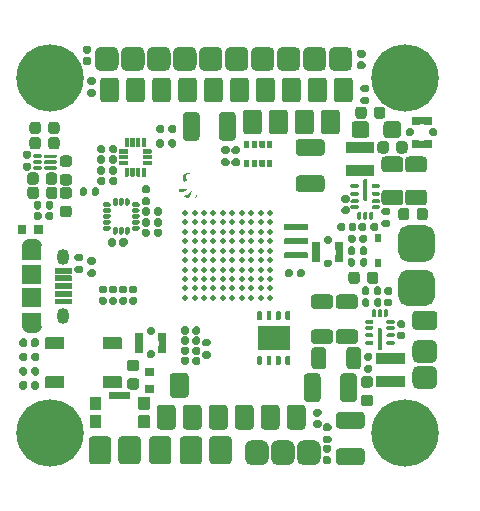
<source format=gbr>
G04 #@! TF.GenerationSoftware,KiCad,Pcbnew,(6.0.8)*
G04 #@! TF.CreationDate,2023-01-15T21:35:17+01:00*
G04 #@! TF.ProjectId,ultimateFC,756c7469-6d61-4746-9546-432e6b696361,rev?*
G04 #@! TF.SameCoordinates,Original*
G04 #@! TF.FileFunction,Soldermask,Top*
G04 #@! TF.FilePolarity,Negative*
%FSLAX46Y46*%
G04 Gerber Fmt 4.6, Leading zero omitted, Abs format (unit mm)*
G04 Created by KiCad (PCBNEW (6.0.8)) date 2023-01-15 21:35:17*
%MOMM*%
%LPD*%
G01*
G04 APERTURE LIST*
%ADD10O,1.650000X0.990000*%
%ADD11O,1.050000X1.350000*%
%ADD12C,0.500000*%
%ADD13C,1.100000*%
%ADD14C,5.700000*%
%ADD15O,1.700000X3.100000*%
%ADD16O,3.100000X1.700000*%
G04 APERTURE END LIST*
G36*
X111745546Y-107995955D02*
G01*
X111779220Y-108006126D01*
X111806013Y-108024004D01*
X111850757Y-108060386D01*
X111745329Y-108072777D01*
X111646431Y-108093480D01*
X111564651Y-108128154D01*
X111504475Y-108173010D01*
X111470389Y-108224259D01*
X111466882Y-108278110D01*
X111475603Y-108300585D01*
X111488886Y-108348818D01*
X111487049Y-108381984D01*
X111492698Y-108423742D01*
X111521864Y-108468990D01*
X111564883Y-108504722D01*
X111585020Y-108513852D01*
X111602054Y-108532493D01*
X111595016Y-108558910D01*
X111570521Y-108580115D01*
X111548794Y-108584952D01*
X111520969Y-108586559D01*
X111513860Y-108597651D01*
X111526015Y-108627630D01*
X111538463Y-108651870D01*
X111553570Y-108691552D01*
X111552991Y-108716047D01*
X111552358Y-108716719D01*
X111527761Y-108725505D01*
X111478704Y-108735134D01*
X111437053Y-108740910D01*
X111365094Y-108745228D01*
X111317365Y-108736772D01*
X111296358Y-108725466D01*
X111262367Y-108684382D01*
X111231297Y-108616958D01*
X111206135Y-108533906D01*
X111189870Y-108445939D01*
X111185491Y-108363771D01*
X111187633Y-108335745D01*
X111218455Y-108227072D01*
X111279903Y-108136846D01*
X111369392Y-108067089D01*
X111484333Y-108019823D01*
X111620802Y-107997159D01*
X111696266Y-107993477D01*
X111745546Y-107995955D01*
G37*
G36*
X111955799Y-109576949D02*
G01*
X111950452Y-109614424D01*
X111937008Y-109672553D01*
X111919364Y-109736933D01*
X111901417Y-109793159D01*
X111889227Y-109823039D01*
X111870473Y-109866154D01*
X111863280Y-109895711D01*
X111851462Y-109917236D01*
X111844639Y-109918869D01*
X111827479Y-109933528D01*
X111826112Y-109942358D01*
X111814571Y-109976575D01*
X111786067Y-110024205D01*
X111749784Y-110072407D01*
X111714904Y-110108336D01*
X111700704Y-110117756D01*
X111662961Y-110125440D01*
X111606820Y-110127254D01*
X111585630Y-110126209D01*
X111530979Y-110119378D01*
X111491655Y-110109403D01*
X111483733Y-110105277D01*
X111454105Y-110092425D01*
X111405413Y-110079847D01*
X111395368Y-110077922D01*
X111350810Y-110065749D01*
X111327086Y-110051193D01*
X111325894Y-110047716D01*
X111310238Y-110033744D01*
X111285611Y-110030029D01*
X111245328Y-110030029D01*
X111287135Y-109985528D01*
X111332498Y-109952214D01*
X111392368Y-109925590D01*
X111406758Y-109921433D01*
X111479678Y-109893740D01*
X111567838Y-109846284D01*
X111660623Y-109785840D01*
X111747415Y-109719182D01*
X111802552Y-109668824D01*
X111849176Y-109626942D01*
X111895239Y-109593618D01*
X111932768Y-109573631D01*
X111953793Y-109571759D01*
X111955799Y-109576949D01*
G37*
G36*
X111032550Y-109347954D02*
G01*
X111041861Y-109352565D01*
X111136989Y-109388357D01*
X111242184Y-109408326D01*
X111341690Y-109410191D01*
X111388133Y-109402712D01*
X111476426Y-109385441D01*
X111539556Y-109382875D01*
X111575240Y-109393250D01*
X111581199Y-109414807D01*
X111555152Y-109445784D01*
X111494817Y-109484420D01*
X111494295Y-109484699D01*
X111442690Y-109513978D01*
X111403930Y-109539041D01*
X111393325Y-109547601D01*
X111359261Y-109564364D01*
X111340063Y-109566863D01*
X111298362Y-109576561D01*
X111265030Y-109592905D01*
X111221107Y-109610621D01*
X111158262Y-109624144D01*
X111087663Y-109632559D01*
X111020478Y-109634954D01*
X110967877Y-109630415D01*
X110941972Y-109619337D01*
X110928261Y-109584200D01*
X110919329Y-109526306D01*
X110916079Y-109459747D01*
X110919420Y-109398616D01*
X110925798Y-109367702D01*
X110945506Y-109334920D01*
X110978914Y-109328622D01*
X111032550Y-109347954D01*
G37*
G36*
X112401283Y-109845453D02*
G01*
X112424983Y-109892090D01*
X112427132Y-109950146D01*
X112425215Y-109965186D01*
X112413367Y-110017649D01*
X112397511Y-110055002D01*
X112393527Y-110060017D01*
X112358989Y-110082800D01*
X112313146Y-110100447D01*
X112270013Y-110109009D01*
X112243605Y-110104535D01*
X112242074Y-110102700D01*
X112246060Y-110078974D01*
X112268605Y-110038839D01*
X112285369Y-110015805D01*
X112322470Y-109955954D01*
X112348828Y-109890981D01*
X112353088Y-109873243D01*
X112366542Y-109799826D01*
X112401283Y-109845453D01*
G37*
G36*
X111745546Y-107995955D02*
G01*
X111779220Y-108006126D01*
X111806013Y-108024004D01*
X111850757Y-108060386D01*
X111745329Y-108072777D01*
X111646431Y-108093480D01*
X111564651Y-108128154D01*
X111504475Y-108173010D01*
X111470389Y-108224259D01*
X111466882Y-108278110D01*
X111475603Y-108300585D01*
X111488886Y-108348818D01*
X111487049Y-108381984D01*
X111492698Y-108423742D01*
X111521864Y-108468990D01*
X111564883Y-108504722D01*
X111585020Y-108513852D01*
X111602054Y-108532493D01*
X111595016Y-108558910D01*
X111570521Y-108580115D01*
X111548794Y-108584952D01*
X111520969Y-108586559D01*
X111513860Y-108597651D01*
X111526015Y-108627630D01*
X111538463Y-108651870D01*
X111553570Y-108691552D01*
X111552991Y-108716047D01*
X111552358Y-108716719D01*
X111527761Y-108725505D01*
X111478704Y-108735134D01*
X111437053Y-108740910D01*
X111365094Y-108745228D01*
X111317365Y-108736772D01*
X111296358Y-108725466D01*
X111262367Y-108684382D01*
X111231297Y-108616958D01*
X111206135Y-108533906D01*
X111189870Y-108445939D01*
X111185491Y-108363771D01*
X111187633Y-108335745D01*
X111218455Y-108227072D01*
X111279903Y-108136846D01*
X111369392Y-108067089D01*
X111484333Y-108019823D01*
X111620802Y-107997159D01*
X111696266Y-107993477D01*
X111745546Y-107995955D01*
G37*
G36*
X111955799Y-109576949D02*
G01*
X111950452Y-109614424D01*
X111937008Y-109672553D01*
X111919364Y-109736933D01*
X111901417Y-109793159D01*
X111889227Y-109823039D01*
X111870473Y-109866154D01*
X111863280Y-109895711D01*
X111851462Y-109917236D01*
X111844639Y-109918869D01*
X111827479Y-109933528D01*
X111826112Y-109942358D01*
X111814571Y-109976575D01*
X111786067Y-110024205D01*
X111749784Y-110072407D01*
X111714904Y-110108336D01*
X111700704Y-110117756D01*
X111662961Y-110125440D01*
X111606820Y-110127254D01*
X111585630Y-110126209D01*
X111530979Y-110119378D01*
X111491655Y-110109403D01*
X111483733Y-110105277D01*
X111454105Y-110092425D01*
X111405413Y-110079847D01*
X111395368Y-110077922D01*
X111350810Y-110065749D01*
X111327086Y-110051193D01*
X111325894Y-110047716D01*
X111310238Y-110033744D01*
X111285611Y-110030029D01*
X111245328Y-110030029D01*
X111287135Y-109985528D01*
X111332498Y-109952214D01*
X111392368Y-109925590D01*
X111406758Y-109921433D01*
X111479678Y-109893740D01*
X111567838Y-109846284D01*
X111660623Y-109785840D01*
X111747415Y-109719182D01*
X111802552Y-109668824D01*
X111849176Y-109626942D01*
X111895239Y-109593618D01*
X111932768Y-109573631D01*
X111953793Y-109571759D01*
X111955799Y-109576949D01*
G37*
G36*
X111032550Y-109347954D02*
G01*
X111041861Y-109352565D01*
X111136989Y-109388357D01*
X111242184Y-109408326D01*
X111341690Y-109410191D01*
X111388133Y-109402712D01*
X111476426Y-109385441D01*
X111539556Y-109382875D01*
X111575240Y-109393250D01*
X111581199Y-109414807D01*
X111555152Y-109445784D01*
X111494817Y-109484420D01*
X111494295Y-109484699D01*
X111442690Y-109513978D01*
X111403930Y-109539041D01*
X111393325Y-109547601D01*
X111359261Y-109564364D01*
X111340063Y-109566863D01*
X111298362Y-109576561D01*
X111265030Y-109592905D01*
X111221107Y-109610621D01*
X111158262Y-109624144D01*
X111087663Y-109632559D01*
X111020478Y-109634954D01*
X110967877Y-109630415D01*
X110941972Y-109619337D01*
X110928261Y-109584200D01*
X110919329Y-109526306D01*
X110916079Y-109459747D01*
X110919420Y-109398616D01*
X110925798Y-109367702D01*
X110945506Y-109334920D01*
X110978914Y-109328622D01*
X111032550Y-109347954D01*
G37*
G36*
X112401283Y-109845453D02*
G01*
X112424983Y-109892090D01*
X112427132Y-109950146D01*
X112425215Y-109965186D01*
X112413367Y-110017649D01*
X112397511Y-110055002D01*
X112393527Y-110060017D01*
X112358989Y-110082800D01*
X112313146Y-110100447D01*
X112270013Y-110109009D01*
X112243605Y-110104535D01*
X112242074Y-110102700D01*
X112246060Y-110078974D01*
X112268605Y-110038839D01*
X112285369Y-110015805D01*
X112322470Y-109955954D01*
X112348828Y-109890981D01*
X112353088Y-109873243D01*
X112366542Y-109799826D01*
X112401283Y-109845453D01*
G37*
G36*
G01*
X100775000Y-105243750D02*
X100775000Y-105756250D01*
G75*
G02*
X100506250Y-106025000I-268750J0D01*
G01*
X100068750Y-106025000D01*
G75*
G02*
X99800000Y-105756250I0J268750D01*
G01*
X99800000Y-105243750D01*
G75*
G02*
X100068750Y-104975000I268750J0D01*
G01*
X100506250Y-104975000D01*
G75*
G02*
X100775000Y-105243750I0J-268750D01*
G01*
G37*
G36*
G01*
X99200000Y-105243750D02*
X99200000Y-105756250D01*
G75*
G02*
X98931250Y-106025000I-268750J0D01*
G01*
X98493750Y-106025000D01*
G75*
G02*
X98225000Y-105756250I0J268750D01*
G01*
X98225000Y-105243750D01*
G75*
G02*
X98493750Y-104975000I268750J0D01*
G01*
X98931250Y-104975000D01*
G75*
G02*
X99200000Y-105243750I0J-268750D01*
G01*
G37*
G36*
G01*
X100600000Y-109443750D02*
X100600000Y-109956250D01*
G75*
G02*
X100331250Y-110225000I-268750J0D01*
G01*
X99893750Y-110225000D01*
G75*
G02*
X99625000Y-109956250I0J268750D01*
G01*
X99625000Y-109443750D01*
G75*
G02*
X99893750Y-109175000I268750J0D01*
G01*
X100331250Y-109175000D01*
G75*
G02*
X100600000Y-109443750I0J-268750D01*
G01*
G37*
G36*
G01*
X99025000Y-109443750D02*
X99025000Y-109956250D01*
G75*
G02*
X98756250Y-110225000I-268750J0D01*
G01*
X98318750Y-110225000D01*
G75*
G02*
X98050000Y-109956250I0J268750D01*
G01*
X98050000Y-109443750D01*
G75*
G02*
X98318750Y-109175000I268750J0D01*
G01*
X98756250Y-109175000D01*
G75*
G02*
X99025000Y-109443750I0J-268750D01*
G01*
G37*
G36*
G01*
X100575000Y-108243750D02*
X100575000Y-108756250D01*
G75*
G02*
X100306250Y-109025000I-268750J0D01*
G01*
X99868750Y-109025000D01*
G75*
G02*
X99600000Y-108756250I0J268750D01*
G01*
X99600000Y-108243750D01*
G75*
G02*
X99868750Y-107975000I268750J0D01*
G01*
X100306250Y-107975000D01*
G75*
G02*
X100575000Y-108243750I0J-268750D01*
G01*
G37*
G36*
G01*
X99000000Y-108243750D02*
X99000000Y-108756250D01*
G75*
G02*
X98731250Y-109025000I-268750J0D01*
G01*
X98293750Y-109025000D01*
G75*
G02*
X98025000Y-108756250I0J268750D01*
G01*
X98025000Y-108243750D01*
G75*
G02*
X98293750Y-107975000I268750J0D01*
G01*
X98731250Y-107975000D01*
G75*
G02*
X99000000Y-108243750I0J-268750D01*
G01*
G37*
G36*
G01*
X101056250Y-106540000D02*
X101568750Y-106540000D01*
G75*
G02*
X101837500Y-106808750I0J-268750D01*
G01*
X101837500Y-107246250D01*
G75*
G02*
X101568750Y-107515000I-268750J0D01*
G01*
X101056250Y-107515000D01*
G75*
G02*
X100787500Y-107246250I0J268750D01*
G01*
X100787500Y-106808750D01*
G75*
G02*
X101056250Y-106540000I268750J0D01*
G01*
G37*
G36*
G01*
X101056250Y-108115000D02*
X101568750Y-108115000D01*
G75*
G02*
X101837500Y-108383750I0J-268750D01*
G01*
X101837500Y-108821250D01*
G75*
G02*
X101568750Y-109090000I-268750J0D01*
G01*
X101056250Y-109090000D01*
G75*
G02*
X100787500Y-108821250I0J268750D01*
G01*
X100787500Y-108383750D01*
G75*
G02*
X101056250Y-108115000I268750J0D01*
G01*
G37*
G36*
G01*
X129575000Y-110775000D02*
X128325000Y-110775000D01*
G75*
G02*
X128025000Y-110475000I0J300000D01*
G01*
X128025000Y-109725000D01*
G75*
G02*
X128325000Y-109425000I300000J0D01*
G01*
X129575000Y-109425000D01*
G75*
G02*
X129875000Y-109725000I0J-300000D01*
G01*
X129875000Y-110475000D01*
G75*
G02*
X129575000Y-110775000I-300000J0D01*
G01*
G37*
G36*
G01*
X129575000Y-107975000D02*
X128325000Y-107975000D01*
G75*
G02*
X128025000Y-107675000I0J300000D01*
G01*
X128025000Y-106925000D01*
G75*
G02*
X128325000Y-106625000I300000J0D01*
G01*
X129575000Y-106625000D01*
G75*
G02*
X129875000Y-106925000I0J-300000D01*
G01*
X129875000Y-107675000D01*
G75*
G02*
X129575000Y-107975000I-300000J0D01*
G01*
G37*
G36*
G01*
X131575000Y-110775000D02*
X130325000Y-110775000D01*
G75*
G02*
X130025000Y-110475000I0J300000D01*
G01*
X130025000Y-109725000D01*
G75*
G02*
X130325000Y-109425000I300000J0D01*
G01*
X131575000Y-109425000D01*
G75*
G02*
X131875000Y-109725000I0J-300000D01*
G01*
X131875000Y-110475000D01*
G75*
G02*
X131575000Y-110775000I-300000J0D01*
G01*
G37*
G36*
G01*
X131575000Y-107975000D02*
X130325000Y-107975000D01*
G75*
G02*
X130025000Y-107675000I0J300000D01*
G01*
X130025000Y-106925000D01*
G75*
G02*
X130325000Y-106625000I300000J0D01*
G01*
X131575000Y-106625000D01*
G75*
G02*
X131875000Y-106925000I0J-300000D01*
G01*
X131875000Y-107675000D01*
G75*
G02*
X131575000Y-107975000I-300000J0D01*
G01*
G37*
G36*
G01*
X124290000Y-112770000D02*
X124290000Y-112430000D01*
G75*
G02*
X124480000Y-112240000I190000J0D01*
G01*
X124760000Y-112240000D01*
G75*
G02*
X124950000Y-112430000I0J-190000D01*
G01*
X124950000Y-112770000D01*
G75*
G02*
X124760000Y-112960000I-190000J0D01*
G01*
X124480000Y-112960000D01*
G75*
G02*
X124290000Y-112770000I0J190000D01*
G01*
G37*
G36*
G01*
X125250000Y-112770000D02*
X125250000Y-112430000D01*
G75*
G02*
X125440000Y-112240000I190000J0D01*
G01*
X125720000Y-112240000D01*
G75*
G02*
X125910000Y-112430000I0J-190000D01*
G01*
X125910000Y-112770000D01*
G75*
G02*
X125720000Y-112960000I-190000J0D01*
G01*
X125440000Y-112960000D01*
G75*
G02*
X125250000Y-112770000I0J190000D01*
G01*
G37*
G36*
G01*
X124829999Y-109890001D02*
X125169999Y-109890001D01*
G75*
G02*
X125359999Y-110080001I0J-190000D01*
G01*
X125359999Y-110360001D01*
G75*
G02*
X125169999Y-110550001I-190000J0D01*
G01*
X124829999Y-110550001D01*
G75*
G02*
X124639999Y-110360001I0J190000D01*
G01*
X124639999Y-110080001D01*
G75*
G02*
X124829999Y-109890001I190000J0D01*
G01*
G37*
G36*
G01*
X124829999Y-110850001D02*
X125169999Y-110850001D01*
G75*
G02*
X125359999Y-111040001I0J-190000D01*
G01*
X125359999Y-111320001D01*
G75*
G02*
X125169999Y-111510001I-190000J0D01*
G01*
X124829999Y-111510001D01*
G75*
G02*
X124639999Y-111320001I0J190000D01*
G01*
X124639999Y-111040001D01*
G75*
G02*
X124829999Y-110850001I190000J0D01*
G01*
G37*
G36*
G01*
X127687501Y-106106250D02*
X127687501Y-105593750D01*
G75*
G02*
X127956251Y-105325000I268750J0D01*
G01*
X128393751Y-105325000D01*
G75*
G02*
X128662501Y-105593750I0J-268750D01*
G01*
X128662501Y-106106250D01*
G75*
G02*
X128393751Y-106375000I-268750J0D01*
G01*
X127956251Y-106375000D01*
G75*
G02*
X127687501Y-106106250I0J268750D01*
G01*
G37*
G36*
G01*
X129262501Y-106106250D02*
X129262501Y-105593750D01*
G75*
G02*
X129531251Y-105325000I268750J0D01*
G01*
X129968751Y-105325000D01*
G75*
G02*
X130237501Y-105593750I0J-268750D01*
G01*
X130237501Y-106106250D01*
G75*
G02*
X129968751Y-106375000I-268750J0D01*
G01*
X129531251Y-106375000D01*
G75*
G02*
X129262501Y-106106250I0J268750D01*
G01*
G37*
G36*
G01*
X125500000Y-104774999D02*
X125500000Y-103924999D01*
G75*
G02*
X125800000Y-103624999I300000J0D01*
G01*
X126700000Y-103624999D01*
G75*
G02*
X127000000Y-103924999I0J-300000D01*
G01*
X127000000Y-104774999D01*
G75*
G02*
X126700000Y-105074999I-300000J0D01*
G01*
X125800000Y-105074999D01*
G75*
G02*
X125500000Y-104774999I0J300000D01*
G01*
G37*
G36*
G01*
X128200000Y-104774999D02*
X128200000Y-103924999D01*
G75*
G02*
X128500000Y-103624999I300000J0D01*
G01*
X129400000Y-103624999D01*
G75*
G02*
X129700000Y-103924999I0J-300000D01*
G01*
X129700000Y-104774999D01*
G75*
G02*
X129400000Y-105074999I-300000J0D01*
G01*
X128500000Y-105074999D01*
G75*
G02*
X128200000Y-104774999I0J300000D01*
G01*
G37*
G36*
G01*
X129425000Y-111756250D02*
X129425000Y-111243750D01*
G75*
G02*
X129693750Y-110975000I268750J0D01*
G01*
X130131250Y-110975000D01*
G75*
G02*
X130400000Y-111243750I0J-268750D01*
G01*
X130400000Y-111756250D01*
G75*
G02*
X130131250Y-112025000I-268750J0D01*
G01*
X129693750Y-112025000D01*
G75*
G02*
X129425000Y-111756250I0J268750D01*
G01*
G37*
G36*
G01*
X131000000Y-111756250D02*
X131000000Y-111243750D01*
G75*
G02*
X131268750Y-110975000I268750J0D01*
G01*
X131706250Y-110975000D01*
G75*
G02*
X131975000Y-111243750I0J-268750D01*
G01*
X131975000Y-111756250D01*
G75*
G02*
X131706250Y-112025000I-268750J0D01*
G01*
X131268750Y-112025000D01*
G75*
G02*
X131000000Y-111756250I0J268750D01*
G01*
G37*
G36*
G01*
X125805000Y-103176250D02*
X125805000Y-102663750D01*
G75*
G02*
X126073750Y-102395000I268750J0D01*
G01*
X126511250Y-102395000D01*
G75*
G02*
X126780000Y-102663750I0J-268750D01*
G01*
X126780000Y-103176250D01*
G75*
G02*
X126511250Y-103445000I-268750J0D01*
G01*
X126073750Y-103445000D01*
G75*
G02*
X125805000Y-103176250I0J268750D01*
G01*
G37*
G36*
G01*
X127380000Y-103176250D02*
X127380000Y-102663750D01*
G75*
G02*
X127648750Y-102395000I268750J0D01*
G01*
X128086250Y-102395000D01*
G75*
G02*
X128355000Y-102663750I0J-268750D01*
G01*
X128355000Y-103176250D01*
G75*
G02*
X128086250Y-103445000I-268750J0D01*
G01*
X127648750Y-103445000D01*
G75*
G02*
X127380000Y-103176250I0J268750D01*
G01*
G37*
G36*
G01*
X127349998Y-108300000D02*
X125049998Y-108300000D01*
G75*
G02*
X124999998Y-108250000I0J50000D01*
G01*
X124999998Y-107400000D01*
G75*
G02*
X125049998Y-107350000I50000J0D01*
G01*
X127349998Y-107350000D01*
G75*
G02*
X127399998Y-107400000I0J-50000D01*
G01*
X127399998Y-108250000D01*
G75*
G02*
X127349998Y-108300000I-50000J0D01*
G01*
G37*
G36*
G01*
X127349998Y-106350000D02*
X125049998Y-106350000D01*
G75*
G02*
X124999998Y-106300000I0J50000D01*
G01*
X124999998Y-105450000D01*
G75*
G02*
X125049998Y-105400000I50000J0D01*
G01*
X127349998Y-105400000D01*
G75*
G02*
X127399998Y-105450000I0J-50000D01*
G01*
X127399998Y-106300000D01*
G75*
G02*
X127349998Y-106350000I-50000J0D01*
G01*
G37*
G36*
G01*
X125987499Y-109299999D02*
X125512499Y-109299999D01*
G75*
G02*
X125399999Y-109187499I0J112500D01*
G01*
X125399999Y-109062499D01*
G75*
G02*
X125512499Y-108949999I112500J0D01*
G01*
X125987499Y-108949999D01*
G75*
G02*
X126099999Y-109062499I0J-112500D01*
G01*
X126099999Y-109187499D01*
G75*
G02*
X125987499Y-109299999I-112500J0D01*
G01*
G37*
G36*
G01*
X125987499Y-109949999D02*
X125512499Y-109949999D01*
G75*
G02*
X125399999Y-109837499I0J112500D01*
G01*
X125399999Y-109712499D01*
G75*
G02*
X125512499Y-109599999I112500J0D01*
G01*
X125987499Y-109599999D01*
G75*
G02*
X126099999Y-109712499I0J-112500D01*
G01*
X126099999Y-109837499D01*
G75*
G02*
X125987499Y-109949999I-112500J0D01*
G01*
G37*
G36*
G01*
X125987499Y-110599999D02*
X125512499Y-110599999D01*
G75*
G02*
X125399999Y-110487499I0J112500D01*
G01*
X125399999Y-110362499D01*
G75*
G02*
X125512499Y-110249999I112500J0D01*
G01*
X125987499Y-110249999D01*
G75*
G02*
X126099999Y-110362499I0J-112500D01*
G01*
X126099999Y-110487499D01*
G75*
G02*
X125987499Y-110599999I-112500J0D01*
G01*
G37*
G36*
G01*
X125987499Y-111099999D02*
X125512499Y-111099999D01*
G75*
G02*
X125399999Y-110987499I0J112500D01*
G01*
X125399999Y-110862499D01*
G75*
G02*
X125512499Y-110749999I112500J0D01*
G01*
X125987499Y-110749999D01*
G75*
G02*
X126099999Y-110862499I0J-112500D01*
G01*
X126099999Y-110987499D01*
G75*
G02*
X125987499Y-111099999I-112500J0D01*
G01*
G37*
G36*
G01*
X126324999Y-111412499D02*
X126324999Y-111887499D01*
G75*
G02*
X126212499Y-111999999I-112500J0D01*
G01*
X126087499Y-111999999D01*
G75*
G02*
X125974999Y-111887499I0J112500D01*
G01*
X125974999Y-111412499D01*
G75*
G02*
X126087499Y-111299999I112500J0D01*
G01*
X126212499Y-111299999D01*
G75*
G02*
X126324999Y-111412499I0J-112500D01*
G01*
G37*
G36*
G01*
X126824999Y-111412499D02*
X126824999Y-111887499D01*
G75*
G02*
X126712499Y-111999999I-112500J0D01*
G01*
X126587499Y-111999999D01*
G75*
G02*
X126474999Y-111887499I0J112500D01*
G01*
X126474999Y-111412499D01*
G75*
G02*
X126587499Y-111299999I112500J0D01*
G01*
X126712499Y-111299999D01*
G75*
G02*
X126824999Y-111412499I0J-112500D01*
G01*
G37*
G36*
G01*
X127324999Y-111412499D02*
X127324999Y-111887499D01*
G75*
G02*
X127212499Y-111999999I-112500J0D01*
G01*
X127087499Y-111999999D01*
G75*
G02*
X126974999Y-111887499I0J112500D01*
G01*
X126974999Y-111412499D01*
G75*
G02*
X127087499Y-111299999I112500J0D01*
G01*
X127212499Y-111299999D01*
G75*
G02*
X127324999Y-111412499I0J-112500D01*
G01*
G37*
G36*
G01*
X127787499Y-111099999D02*
X127312499Y-111099999D01*
G75*
G02*
X127199999Y-110987499I0J112500D01*
G01*
X127199999Y-110862499D01*
G75*
G02*
X127312499Y-110749999I112500J0D01*
G01*
X127787499Y-110749999D01*
G75*
G02*
X127899999Y-110862499I0J-112500D01*
G01*
X127899999Y-110987499D01*
G75*
G02*
X127787499Y-111099999I-112500J0D01*
G01*
G37*
G36*
G01*
X127787499Y-110599999D02*
X127312499Y-110599999D01*
G75*
G02*
X127199999Y-110487499I0J112500D01*
G01*
X127199999Y-110362499D01*
G75*
G02*
X127312499Y-110249999I112500J0D01*
G01*
X127787499Y-110249999D01*
G75*
G02*
X127899999Y-110362499I0J-112500D01*
G01*
X127899999Y-110487499D01*
G75*
G02*
X127787499Y-110599999I-112500J0D01*
G01*
G37*
G36*
G01*
X127787499Y-109949999D02*
X127312499Y-109949999D01*
G75*
G02*
X127199999Y-109837499I0J112500D01*
G01*
X127199999Y-109712499D01*
G75*
G02*
X127312499Y-109599999I112500J0D01*
G01*
X127787499Y-109599999D01*
G75*
G02*
X127899999Y-109712499I0J-112500D01*
G01*
X127899999Y-109837499D01*
G75*
G02*
X127787499Y-109949999I-112500J0D01*
G01*
G37*
G36*
G01*
X127787499Y-109299999D02*
X127312499Y-109299999D01*
G75*
G02*
X127199999Y-109187499I0J112500D01*
G01*
X127199999Y-109062499D01*
G75*
G02*
X127312499Y-108949999I112500J0D01*
G01*
X127787499Y-108949999D01*
G75*
G02*
X127899999Y-109062499I0J-112500D01*
G01*
X127899999Y-109187499D01*
G75*
G02*
X127787499Y-109299999I-112500J0D01*
G01*
G37*
G36*
G01*
X126474999Y-110311999D02*
X126474999Y-108611999D01*
G75*
G02*
X126587499Y-108499499I112500J0D01*
G01*
X126712499Y-108499499D01*
G75*
G02*
X126824999Y-108611999I0J-112500D01*
G01*
X126824999Y-110311999D01*
G75*
G02*
X126712499Y-110424499I-112500J0D01*
G01*
X126587499Y-110424499D01*
G75*
G02*
X126474999Y-110311999I0J112500D01*
G01*
G37*
G36*
G01*
X98225000Y-104456250D02*
X98225000Y-103943750D01*
G75*
G02*
X98493750Y-103675000I268750J0D01*
G01*
X98931250Y-103675000D01*
G75*
G02*
X99200000Y-103943750I0J-268750D01*
G01*
X99200000Y-104456250D01*
G75*
G02*
X98931250Y-104725000I-268750J0D01*
G01*
X98493750Y-104725000D01*
G75*
G02*
X98225000Y-104456250I0J268750D01*
G01*
G37*
G36*
G01*
X99800000Y-104456250D02*
X99800000Y-103943750D01*
G75*
G02*
X100068750Y-103675000I268750J0D01*
G01*
X100506250Y-103675000D01*
G75*
G02*
X100775000Y-103943750I0J-268750D01*
G01*
X100775000Y-104456250D01*
G75*
G02*
X100506250Y-104725000I-268750J0D01*
G01*
X100068750Y-104725000D01*
G75*
G02*
X99800000Y-104456250I0J268750D01*
G01*
G37*
G36*
G01*
X101556250Y-111775000D02*
X101043750Y-111775000D01*
G75*
G02*
X100775000Y-111506250I0J268750D01*
G01*
X100775000Y-111068750D01*
G75*
G02*
X101043750Y-110800000I268750J0D01*
G01*
X101556250Y-110800000D01*
G75*
G02*
X101825000Y-111068750I0J-268750D01*
G01*
X101825000Y-111506250D01*
G75*
G02*
X101556250Y-111775000I-268750J0D01*
G01*
G37*
G36*
G01*
X101556250Y-110200000D02*
X101043750Y-110200000D01*
G75*
G02*
X100775000Y-109931250I0J268750D01*
G01*
X100775000Y-109493750D01*
G75*
G02*
X101043750Y-109225000I268750J0D01*
G01*
X101556250Y-109225000D01*
G75*
G02*
X101825000Y-109493750I0J-268750D01*
G01*
X101825000Y-109931250D01*
G75*
G02*
X101556250Y-110200000I-268750J0D01*
G01*
G37*
G36*
G01*
X121750000Y-115250000D02*
X119850000Y-115250000D01*
G75*
G02*
X119800000Y-115200000I0J50000D01*
G01*
X119800000Y-114800000D01*
G75*
G02*
X119850000Y-114750000I50000J0D01*
G01*
X121750000Y-114750000D01*
G75*
G02*
X121800000Y-114800000I0J-50000D01*
G01*
X121800000Y-115200000D01*
G75*
G02*
X121750000Y-115250000I-50000J0D01*
G01*
G37*
G36*
G01*
X121750000Y-114050000D02*
X119850000Y-114050000D01*
G75*
G02*
X119800000Y-114000000I0J50000D01*
G01*
X119800000Y-113600000D01*
G75*
G02*
X119850000Y-113550000I50000J0D01*
G01*
X121750000Y-113550000D01*
G75*
G02*
X121800000Y-113600000I0J-50000D01*
G01*
X121800000Y-114000000D01*
G75*
G02*
X121750000Y-114050000I-50000J0D01*
G01*
G37*
G36*
G01*
X121750000Y-112850000D02*
X119850000Y-112850000D01*
G75*
G02*
X119800000Y-112800000I0J50000D01*
G01*
X119800000Y-112400000D01*
G75*
G02*
X119850000Y-112350000I50000J0D01*
G01*
X121750000Y-112350000D01*
G75*
G02*
X121800000Y-112400000I0J-50000D01*
G01*
X121800000Y-112800000D01*
G75*
G02*
X121750000Y-112850000I-50000J0D01*
G01*
G37*
G36*
G01*
X100425000Y-116050000D02*
X101775000Y-116050000D01*
G75*
G02*
X101825000Y-116100000I0J-50000D01*
G01*
X101825000Y-116500000D01*
G75*
G02*
X101775000Y-116550000I-50000J0D01*
G01*
X100425000Y-116550000D01*
G75*
G02*
X100375000Y-116500000I0J50000D01*
G01*
X100375000Y-116100000D01*
G75*
G02*
X100425000Y-116050000I50000J0D01*
G01*
G37*
G36*
G01*
X100425000Y-116700000D02*
X101775000Y-116700000D01*
G75*
G02*
X101825000Y-116750000I0J-50000D01*
G01*
X101825000Y-117150000D01*
G75*
G02*
X101775000Y-117200000I-50000J0D01*
G01*
X100425000Y-117200000D01*
G75*
G02*
X100375000Y-117150000I0J50000D01*
G01*
X100375000Y-116750000D01*
G75*
G02*
X100425000Y-116700000I50000J0D01*
G01*
G37*
G36*
G01*
X100425000Y-117350000D02*
X101775000Y-117350000D01*
G75*
G02*
X101825000Y-117400000I0J-50000D01*
G01*
X101825000Y-117800000D01*
G75*
G02*
X101775000Y-117850000I-50000J0D01*
G01*
X100425000Y-117850000D01*
G75*
G02*
X100375000Y-117800000I0J50000D01*
G01*
X100375000Y-117400000D01*
G75*
G02*
X100425000Y-117350000I50000J0D01*
G01*
G37*
G36*
G01*
X100425000Y-118000000D02*
X101775000Y-118000000D01*
G75*
G02*
X101825000Y-118050000I0J-50000D01*
G01*
X101825000Y-118450000D01*
G75*
G02*
X101775000Y-118500000I-50000J0D01*
G01*
X100425000Y-118500000D01*
G75*
G02*
X100375000Y-118450000I0J50000D01*
G01*
X100375000Y-118050000D01*
G75*
G02*
X100425000Y-118000000I50000J0D01*
G01*
G37*
G36*
G01*
X100425000Y-118650000D02*
X101775000Y-118650000D01*
G75*
G02*
X101825000Y-118700000I0J-50000D01*
G01*
X101825000Y-119100000D01*
G75*
G02*
X101775000Y-119150000I-50000J0D01*
G01*
X100425000Y-119150000D01*
G75*
G02*
X100375000Y-119100000I0J50000D01*
G01*
X100375000Y-118700000D01*
G75*
G02*
X100425000Y-118650000I50000J0D01*
G01*
G37*
G36*
G01*
X97625000Y-119850000D02*
X99175000Y-119850000D01*
G75*
G02*
X99225000Y-119900000I0J-50000D01*
G01*
X99225000Y-121100000D01*
G75*
G02*
X99175000Y-121150000I-50000J0D01*
G01*
X97625000Y-121150000D01*
G75*
G02*
X97575000Y-121100000I0J50000D01*
G01*
X97575000Y-119900000D01*
G75*
G02*
X97625000Y-119850000I50000J0D01*
G01*
G37*
D10*
X98400000Y-114100000D03*
D11*
X101100000Y-120100000D03*
G36*
G01*
X97625000Y-114050000D02*
X99175000Y-114050000D01*
G75*
G02*
X99225000Y-114100000I0J-50000D01*
G01*
X99225000Y-115300000D01*
G75*
G02*
X99175000Y-115350000I-50000J0D01*
G01*
X97625000Y-115350000D01*
G75*
G02*
X97575000Y-115300000I0J50000D01*
G01*
X97575000Y-114100000D01*
G75*
G02*
X97625000Y-114050000I50000J0D01*
G01*
G37*
X101100000Y-115100000D03*
G36*
G01*
X97625000Y-117800000D02*
X99175000Y-117800000D01*
G75*
G02*
X99225000Y-117850000I0J-50000D01*
G01*
X99225000Y-119350000D01*
G75*
G02*
X99175000Y-119400000I-50000J0D01*
G01*
X97625000Y-119400000D01*
G75*
G02*
X97575000Y-119350000I0J50000D01*
G01*
X97575000Y-117850000D01*
G75*
G02*
X97625000Y-117800000I50000J0D01*
G01*
G37*
G36*
G01*
X97625000Y-115800000D02*
X99175000Y-115800000D01*
G75*
G02*
X99225000Y-115850000I0J-50000D01*
G01*
X99225000Y-117350000D01*
G75*
G02*
X99175000Y-117400000I-50000J0D01*
G01*
X97625000Y-117400000D01*
G75*
G02*
X97575000Y-117350000I0J50000D01*
G01*
X97575000Y-115850000D01*
G75*
G02*
X97625000Y-115800000I50000J0D01*
G01*
G37*
D10*
X98400000Y-121100000D03*
G36*
G01*
X107550000Y-112625000D02*
X107550000Y-112775000D01*
G75*
G02*
X107425000Y-112900000I-125000J0D01*
G01*
X107025000Y-112900000D01*
G75*
G02*
X106900000Y-112775000I0J125000D01*
G01*
X106900000Y-112625000D01*
G75*
G02*
X107025000Y-112500000I125000J0D01*
G01*
X107425000Y-112500000D01*
G75*
G02*
X107550000Y-112625000I0J-125000D01*
G01*
G37*
G36*
G01*
X107550000Y-112125000D02*
X107550000Y-112275000D01*
G75*
G02*
X107425000Y-112400000I-125000J0D01*
G01*
X107025000Y-112400000D01*
G75*
G02*
X106900000Y-112275000I0J125000D01*
G01*
X106900000Y-112125000D01*
G75*
G02*
X107025000Y-112000000I125000J0D01*
G01*
X107425000Y-112000000D01*
G75*
G02*
X107550000Y-112125000I0J-125000D01*
G01*
G37*
G36*
G01*
X107550000Y-111625000D02*
X107550000Y-111775000D01*
G75*
G02*
X107425000Y-111900000I-125000J0D01*
G01*
X107025000Y-111900000D01*
G75*
G02*
X106900000Y-111775000I0J125000D01*
G01*
X106900000Y-111625000D01*
G75*
G02*
X107025000Y-111500000I125000J0D01*
G01*
X107425000Y-111500000D01*
G75*
G02*
X107550000Y-111625000I0J-125000D01*
G01*
G37*
G36*
G01*
X107550000Y-111125000D02*
X107550000Y-111275000D01*
G75*
G02*
X107425000Y-111400000I-125000J0D01*
G01*
X107025000Y-111400000D01*
G75*
G02*
X106900000Y-111275000I0J125000D01*
G01*
X106900000Y-111125000D01*
G75*
G02*
X107025000Y-111000000I125000J0D01*
G01*
X107425000Y-111000000D01*
G75*
G02*
X107550000Y-111125000I0J-125000D01*
G01*
G37*
G36*
G01*
X107550000Y-110625000D02*
X107550000Y-110775000D01*
G75*
G02*
X107425000Y-110900000I-125000J0D01*
G01*
X107025000Y-110900000D01*
G75*
G02*
X106900000Y-110775000I0J125000D01*
G01*
X106900000Y-110625000D01*
G75*
G02*
X107025000Y-110500000I125000J0D01*
G01*
X107425000Y-110500000D01*
G75*
G02*
X107550000Y-110625000I0J-125000D01*
G01*
G37*
G36*
G01*
X106700000Y-110275000D02*
X106700000Y-110675000D01*
G75*
G02*
X106575000Y-110800000I-125000J0D01*
G01*
X106425000Y-110800000D01*
G75*
G02*
X106300000Y-110675000I0J125000D01*
G01*
X106300000Y-110275000D01*
G75*
G02*
X106425000Y-110150000I125000J0D01*
G01*
X106575000Y-110150000D01*
G75*
G02*
X106700000Y-110275000I0J-125000D01*
G01*
G37*
G36*
G01*
X106200000Y-110275000D02*
X106200000Y-110675000D01*
G75*
G02*
X106075000Y-110800000I-125000J0D01*
G01*
X105925000Y-110800000D01*
G75*
G02*
X105800000Y-110675000I0J125000D01*
G01*
X105800000Y-110275000D01*
G75*
G02*
X105925000Y-110150000I125000J0D01*
G01*
X106075000Y-110150000D01*
G75*
G02*
X106200000Y-110275000I0J-125000D01*
G01*
G37*
G36*
G01*
X105700000Y-110275000D02*
X105700000Y-110675000D01*
G75*
G02*
X105575000Y-110800000I-125000J0D01*
G01*
X105425000Y-110800000D01*
G75*
G02*
X105300000Y-110675000I0J125000D01*
G01*
X105300000Y-110275000D01*
G75*
G02*
X105425000Y-110150000I125000J0D01*
G01*
X105575000Y-110150000D01*
G75*
G02*
X105700000Y-110275000I0J-125000D01*
G01*
G37*
G36*
G01*
X105100000Y-110625000D02*
X105100000Y-110775000D01*
G75*
G02*
X104975000Y-110900000I-125000J0D01*
G01*
X104575000Y-110900000D01*
G75*
G02*
X104450000Y-110775000I0J125000D01*
G01*
X104450000Y-110625000D01*
G75*
G02*
X104575000Y-110500000I125000J0D01*
G01*
X104975000Y-110500000D01*
G75*
G02*
X105100000Y-110625000I0J-125000D01*
G01*
G37*
G36*
G01*
X105100000Y-111125000D02*
X105100000Y-111275000D01*
G75*
G02*
X104975000Y-111400000I-125000J0D01*
G01*
X104575000Y-111400000D01*
G75*
G02*
X104450000Y-111275000I0J125000D01*
G01*
X104450000Y-111125000D01*
G75*
G02*
X104575000Y-111000000I125000J0D01*
G01*
X104975000Y-111000000D01*
G75*
G02*
X105100000Y-111125000I0J-125000D01*
G01*
G37*
G36*
G01*
X105100000Y-111625000D02*
X105100000Y-111775000D01*
G75*
G02*
X104975000Y-111900000I-125000J0D01*
G01*
X104575000Y-111900000D01*
G75*
G02*
X104450000Y-111775000I0J125000D01*
G01*
X104450000Y-111625000D01*
G75*
G02*
X104575000Y-111500000I125000J0D01*
G01*
X104975000Y-111500000D01*
G75*
G02*
X105100000Y-111625000I0J-125000D01*
G01*
G37*
G36*
G01*
X105100000Y-112125000D02*
X105100000Y-112275000D01*
G75*
G02*
X104975000Y-112400000I-125000J0D01*
G01*
X104575000Y-112400000D01*
G75*
G02*
X104450000Y-112275000I0J125000D01*
G01*
X104450000Y-112125000D01*
G75*
G02*
X104575000Y-112000000I125000J0D01*
G01*
X104975000Y-112000000D01*
G75*
G02*
X105100000Y-112125000I0J-125000D01*
G01*
G37*
G36*
G01*
X105100000Y-112625000D02*
X105100000Y-112775000D01*
G75*
G02*
X104975000Y-112900000I-125000J0D01*
G01*
X104575000Y-112900000D01*
G75*
G02*
X104450000Y-112775000I0J125000D01*
G01*
X104450000Y-112625000D01*
G75*
G02*
X104575000Y-112500000I125000J0D01*
G01*
X104975000Y-112500000D01*
G75*
G02*
X105100000Y-112625000I0J-125000D01*
G01*
G37*
G36*
G01*
X105700000Y-112725000D02*
X105700000Y-113125000D01*
G75*
G02*
X105575000Y-113250000I-125000J0D01*
G01*
X105425000Y-113250000D01*
G75*
G02*
X105300000Y-113125000I0J125000D01*
G01*
X105300000Y-112725000D01*
G75*
G02*
X105425000Y-112600000I125000J0D01*
G01*
X105575000Y-112600000D01*
G75*
G02*
X105700000Y-112725000I0J-125000D01*
G01*
G37*
G36*
G01*
X106200000Y-112725000D02*
X106200000Y-113125000D01*
G75*
G02*
X106075000Y-113250000I-125000J0D01*
G01*
X105925000Y-113250000D01*
G75*
G02*
X105800000Y-113125000I0J125000D01*
G01*
X105800000Y-112725000D01*
G75*
G02*
X105925000Y-112600000I125000J0D01*
G01*
X106075000Y-112600000D01*
G75*
G02*
X106200000Y-112725000I0J-125000D01*
G01*
G37*
G36*
G01*
X106700000Y-112725000D02*
X106700000Y-113125000D01*
G75*
G02*
X106575000Y-113250000I-125000J0D01*
G01*
X106425000Y-113250000D01*
G75*
G02*
X106300000Y-113125000I0J125000D01*
G01*
X106300000Y-112725000D01*
G75*
G02*
X106425000Y-112600000I125000J0D01*
G01*
X106575000Y-112600000D01*
G75*
G02*
X106700000Y-112725000I0J-125000D01*
G01*
G37*
G36*
G01*
X117500000Y-124200000D02*
X117500000Y-123600000D01*
G75*
G02*
X117550000Y-123550000I50000J0D01*
G01*
X117850000Y-123550000D01*
G75*
G02*
X117900000Y-123600000I0J-50000D01*
G01*
X117900000Y-124200000D01*
G75*
G02*
X117850000Y-124250000I-50000J0D01*
G01*
X117550000Y-124250000D01*
G75*
G02*
X117500000Y-124200000I0J50000D01*
G01*
G37*
G36*
G01*
X118300000Y-124200000D02*
X118300000Y-123600000D01*
G75*
G02*
X118350000Y-123550000I50000J0D01*
G01*
X118650000Y-123550000D01*
G75*
G02*
X118700000Y-123600000I0J-50000D01*
G01*
X118700000Y-124200000D01*
G75*
G02*
X118650000Y-124250000I-50000J0D01*
G01*
X118350000Y-124250000D01*
G75*
G02*
X118300000Y-124200000I0J50000D01*
G01*
G37*
G36*
G01*
X119100000Y-124200000D02*
X119100000Y-123600000D01*
G75*
G02*
X119150000Y-123550000I50000J0D01*
G01*
X119450000Y-123550000D01*
G75*
G02*
X119500000Y-123600000I0J-50000D01*
G01*
X119500000Y-124200000D01*
G75*
G02*
X119450000Y-124250000I-50000J0D01*
G01*
X119150000Y-124250000D01*
G75*
G02*
X119100000Y-124200000I0J50000D01*
G01*
G37*
G36*
G01*
X119900000Y-124200000D02*
X119900000Y-123600000D01*
G75*
G02*
X119950000Y-123550000I50000J0D01*
G01*
X120250000Y-123550000D01*
G75*
G02*
X120300000Y-123600000I0J-50000D01*
G01*
X120300000Y-124200000D01*
G75*
G02*
X120250000Y-124250000I-50000J0D01*
G01*
X119950000Y-124250000D01*
G75*
G02*
X119900000Y-124200000I0J50000D01*
G01*
G37*
G36*
G01*
X119900000Y-120400000D02*
X119900000Y-119800000D01*
G75*
G02*
X119950000Y-119750000I50000J0D01*
G01*
X120250000Y-119750000D01*
G75*
G02*
X120300000Y-119800000I0J-50000D01*
G01*
X120300000Y-120400000D01*
G75*
G02*
X120250000Y-120450000I-50000J0D01*
G01*
X119950000Y-120450000D01*
G75*
G02*
X119900000Y-120400000I0J50000D01*
G01*
G37*
G36*
G01*
X119100000Y-120400000D02*
X119100000Y-119800000D01*
G75*
G02*
X119150000Y-119750000I50000J0D01*
G01*
X119450000Y-119750000D01*
G75*
G02*
X119500000Y-119800000I0J-50000D01*
G01*
X119500000Y-120400000D01*
G75*
G02*
X119450000Y-120450000I-50000J0D01*
G01*
X119150000Y-120450000D01*
G75*
G02*
X119100000Y-120400000I0J50000D01*
G01*
G37*
G36*
G01*
X118300000Y-120400000D02*
X118300000Y-119800000D01*
G75*
G02*
X118350000Y-119750000I50000J0D01*
G01*
X118650000Y-119750000D01*
G75*
G02*
X118700000Y-119800000I0J-50000D01*
G01*
X118700000Y-120400000D01*
G75*
G02*
X118650000Y-120450000I-50000J0D01*
G01*
X118350000Y-120450000D01*
G75*
G02*
X118300000Y-120400000I0J50000D01*
G01*
G37*
G36*
G01*
X117500000Y-120400000D02*
X117500000Y-119800000D01*
G75*
G02*
X117550000Y-119750000I50000J0D01*
G01*
X117850000Y-119750000D01*
G75*
G02*
X117900000Y-119800000I0J-50000D01*
G01*
X117900000Y-120400000D01*
G75*
G02*
X117850000Y-120450000I-50000J0D01*
G01*
X117550000Y-120450000D01*
G75*
G02*
X117500000Y-120400000I0J50000D01*
G01*
G37*
G36*
G01*
X120200000Y-123050000D02*
X117600000Y-123050000D01*
G75*
G02*
X117550000Y-123000000I0J50000D01*
G01*
X117550000Y-121000000D01*
G75*
G02*
X117600000Y-120950000I50000J0D01*
G01*
X120200000Y-120950000D01*
G75*
G02*
X120250000Y-121000000I0J-50000D01*
G01*
X120250000Y-123000000D01*
G75*
G02*
X120200000Y-123050000I-50000J0D01*
G01*
G37*
G36*
G01*
X104870000Y-114072500D02*
X104870000Y-113727500D01*
G75*
G02*
X105067500Y-113530000I197500J0D01*
G01*
X105362500Y-113530000D01*
G75*
G02*
X105560000Y-113727500I0J-197500D01*
G01*
X105560000Y-114072500D01*
G75*
G02*
X105362500Y-114270000I-197500J0D01*
G01*
X105067500Y-114270000D01*
G75*
G02*
X104870000Y-114072500I0J197500D01*
G01*
G37*
G36*
G01*
X105840000Y-114072500D02*
X105840000Y-113727500D01*
G75*
G02*
X106037500Y-113530000I197500J0D01*
G01*
X106332500Y-113530000D01*
G75*
G02*
X106530000Y-113727500I0J-197500D01*
G01*
X106530000Y-114072500D01*
G75*
G02*
X106332500Y-114270000I-197500J0D01*
G01*
X106037500Y-114270000D01*
G75*
G02*
X105840000Y-114072500I0J197500D01*
G01*
G37*
G36*
G01*
X118400000Y-106900000D02*
X118750000Y-106900000D01*
G75*
G02*
X118800000Y-106950000I0J-50000D01*
G01*
X118800000Y-107450000D01*
G75*
G02*
X118750000Y-107500000I-50000J0D01*
G01*
X118400000Y-107500000D01*
G75*
G02*
X118350000Y-107450000I0J50000D01*
G01*
X118350000Y-106950000D01*
G75*
G02*
X118400000Y-106900000I50000J0D01*
G01*
G37*
G36*
G01*
X117750000Y-106900000D02*
X118100000Y-106900000D01*
G75*
G02*
X118150000Y-106950000I0J-50000D01*
G01*
X118150000Y-107450000D01*
G75*
G02*
X118100000Y-107500000I-50000J0D01*
G01*
X117750000Y-107500000D01*
G75*
G02*
X117700000Y-107450000I0J50000D01*
G01*
X117700000Y-106950000D01*
G75*
G02*
X117750000Y-106900000I50000J0D01*
G01*
G37*
G36*
G01*
X117100000Y-106900000D02*
X117450000Y-106900000D01*
G75*
G02*
X117500000Y-106950000I0J-50000D01*
G01*
X117500000Y-107450000D01*
G75*
G02*
X117450000Y-107500000I-50000J0D01*
G01*
X117100000Y-107500000D01*
G75*
G02*
X117050000Y-107450000I0J50000D01*
G01*
X117050000Y-106950000D01*
G75*
G02*
X117100000Y-106900000I50000J0D01*
G01*
G37*
G36*
G01*
X116450000Y-106900000D02*
X116800000Y-106900000D01*
G75*
G02*
X116850000Y-106950000I0J-50000D01*
G01*
X116850000Y-107450000D01*
G75*
G02*
X116800000Y-107500000I-50000J0D01*
G01*
X116450000Y-107500000D01*
G75*
G02*
X116400000Y-107450000I0J50000D01*
G01*
X116400000Y-106950000D01*
G75*
G02*
X116450000Y-106900000I50000J0D01*
G01*
G37*
G36*
G01*
X116450000Y-105300000D02*
X116800000Y-105300000D01*
G75*
G02*
X116850000Y-105350000I0J-50000D01*
G01*
X116850000Y-105850000D01*
G75*
G02*
X116800000Y-105900000I-50000J0D01*
G01*
X116450000Y-105900000D01*
G75*
G02*
X116400000Y-105850000I0J50000D01*
G01*
X116400000Y-105350000D01*
G75*
G02*
X116450000Y-105300000I50000J0D01*
G01*
G37*
G36*
G01*
X117100000Y-105300000D02*
X117450000Y-105300000D01*
G75*
G02*
X117500000Y-105350000I0J-50000D01*
G01*
X117500000Y-105850000D01*
G75*
G02*
X117450000Y-105900000I-50000J0D01*
G01*
X117100000Y-105900000D01*
G75*
G02*
X117050000Y-105850000I0J50000D01*
G01*
X117050000Y-105350000D01*
G75*
G02*
X117100000Y-105300000I50000J0D01*
G01*
G37*
G36*
G01*
X117750000Y-105300000D02*
X118100000Y-105300000D01*
G75*
G02*
X118150000Y-105350000I0J-50000D01*
G01*
X118150000Y-105850000D01*
G75*
G02*
X118100000Y-105900000I-50000J0D01*
G01*
X117750000Y-105900000D01*
G75*
G02*
X117700000Y-105850000I0J50000D01*
G01*
X117700000Y-105350000D01*
G75*
G02*
X117750000Y-105300000I50000J0D01*
G01*
G37*
G36*
G01*
X118400000Y-105300000D02*
X118750000Y-105300000D01*
G75*
G02*
X118800000Y-105350000I0J-50000D01*
G01*
X118800000Y-105850000D01*
G75*
G02*
X118750000Y-105900000I-50000J0D01*
G01*
X118400000Y-105900000D01*
G75*
G02*
X118350000Y-105850000I0J50000D01*
G01*
X118350000Y-105350000D01*
G75*
G02*
X118400000Y-105300000I50000J0D01*
G01*
G37*
G36*
G01*
X128215000Y-110970000D02*
X128585000Y-110970000D01*
G75*
G02*
X128770000Y-111155000I0J-185000D01*
G01*
X128770000Y-111425000D01*
G75*
G02*
X128585000Y-111610000I-185000J0D01*
G01*
X128215000Y-111610000D01*
G75*
G02*
X128030000Y-111425000I0J185000D01*
G01*
X128030000Y-111155000D01*
G75*
G02*
X128215000Y-110970000I185000J0D01*
G01*
G37*
G36*
G01*
X128215000Y-111990000D02*
X128585000Y-111990000D01*
G75*
G02*
X128770000Y-112175000I0J-185000D01*
G01*
X128770000Y-112445000D01*
G75*
G02*
X128585000Y-112630000I-185000J0D01*
G01*
X128215000Y-112630000D01*
G75*
G02*
X128030000Y-112445000I0J185000D01*
G01*
X128030000Y-112175000D01*
G75*
G02*
X128215000Y-111990000I185000J0D01*
G01*
G37*
G36*
G01*
X127730000Y-112415000D02*
X127730000Y-112785000D01*
G75*
G02*
X127545000Y-112970000I-185000J0D01*
G01*
X127275000Y-112970000D01*
G75*
G02*
X127090000Y-112785000I0J185000D01*
G01*
X127090000Y-112415000D01*
G75*
G02*
X127275000Y-112230000I185000J0D01*
G01*
X127545000Y-112230000D01*
G75*
G02*
X127730000Y-112415000I0J-185000D01*
G01*
G37*
G36*
G01*
X126710000Y-112415000D02*
X126710000Y-112785000D01*
G75*
G02*
X126525000Y-112970000I-185000J0D01*
G01*
X126255000Y-112970000D01*
G75*
G02*
X126070000Y-112785000I0J185000D01*
G01*
X126070000Y-112415000D01*
G75*
G02*
X126255000Y-112230000I185000J0D01*
G01*
X126525000Y-112230000D01*
G75*
G02*
X126710000Y-112415000I0J-185000D01*
G01*
G37*
G36*
G01*
X100242500Y-110580000D02*
X100242500Y-110950000D01*
G75*
G02*
X100057500Y-111135000I-185000J0D01*
G01*
X99787500Y-111135000D01*
G75*
G02*
X99602500Y-110950000I0J185000D01*
G01*
X99602500Y-110580000D01*
G75*
G02*
X99787500Y-110395000I185000J0D01*
G01*
X100057500Y-110395000D01*
G75*
G02*
X100242500Y-110580000I0J-185000D01*
G01*
G37*
G36*
G01*
X99222500Y-110580000D02*
X99222500Y-110950000D01*
G75*
G02*
X99037500Y-111135000I-185000J0D01*
G01*
X98767500Y-111135000D01*
G75*
G02*
X98582500Y-110950000I0J185000D01*
G01*
X98582500Y-110580000D01*
G75*
G02*
X98767500Y-110395000I185000J0D01*
G01*
X99037500Y-110395000D01*
G75*
G02*
X99222500Y-110580000I0J-185000D01*
G01*
G37*
G36*
G01*
X98205000Y-107825000D02*
X97835000Y-107825000D01*
G75*
G02*
X97650000Y-107640000I0J185000D01*
G01*
X97650000Y-107370000D01*
G75*
G02*
X97835000Y-107185000I185000J0D01*
G01*
X98205000Y-107185000D01*
G75*
G02*
X98390000Y-107370000I0J-185000D01*
G01*
X98390000Y-107640000D01*
G75*
G02*
X98205000Y-107825000I-185000J0D01*
G01*
G37*
G36*
G01*
X98205000Y-106805000D02*
X97835000Y-106805000D01*
G75*
G02*
X97650000Y-106620000I0J185000D01*
G01*
X97650000Y-106350000D01*
G75*
G02*
X97835000Y-106165000I185000J0D01*
G01*
X98205000Y-106165000D01*
G75*
G02*
X98390000Y-106350000I0J-185000D01*
G01*
X98390000Y-106620000D01*
G75*
G02*
X98205000Y-106805000I-185000J0D01*
G01*
G37*
G36*
G01*
X114615000Y-105770000D02*
X114985000Y-105770000D01*
G75*
G02*
X115170000Y-105955000I0J-185000D01*
G01*
X115170000Y-106225000D01*
G75*
G02*
X114985000Y-106410000I-185000J0D01*
G01*
X114615000Y-106410000D01*
G75*
G02*
X114430000Y-106225000I0J185000D01*
G01*
X114430000Y-105955000D01*
G75*
G02*
X114615000Y-105770000I185000J0D01*
G01*
G37*
G36*
G01*
X114615000Y-106790000D02*
X114985000Y-106790000D01*
G75*
G02*
X115170000Y-106975000I0J-185000D01*
G01*
X115170000Y-107245000D01*
G75*
G02*
X114985000Y-107430000I-185000J0D01*
G01*
X114615000Y-107430000D01*
G75*
G02*
X114430000Y-107245000I0J185000D01*
G01*
X114430000Y-106975000D01*
G75*
G02*
X114615000Y-106790000I185000J0D01*
G01*
G37*
G36*
G01*
X115515000Y-105770000D02*
X115885000Y-105770000D01*
G75*
G02*
X116070000Y-105955000I0J-185000D01*
G01*
X116070000Y-106225000D01*
G75*
G02*
X115885000Y-106410000I-185000J0D01*
G01*
X115515000Y-106410000D01*
G75*
G02*
X115330000Y-106225000I0J185000D01*
G01*
X115330000Y-105955000D01*
G75*
G02*
X115515000Y-105770000I185000J0D01*
G01*
G37*
G36*
G01*
X115515000Y-106790000D02*
X115885000Y-106790000D01*
G75*
G02*
X116070000Y-106975000I0J-185000D01*
G01*
X116070000Y-107245000D01*
G75*
G02*
X115885000Y-107430000I-185000J0D01*
G01*
X115515000Y-107430000D01*
G75*
G02*
X115330000Y-107245000I0J185000D01*
G01*
X115330000Y-106975000D01*
G75*
G02*
X115515000Y-106790000I185000J0D01*
G01*
G37*
G36*
G01*
X100222500Y-111495000D02*
X100222500Y-111835000D01*
G75*
G02*
X100032500Y-112025000I-190000J0D01*
G01*
X99752500Y-112025000D01*
G75*
G02*
X99562500Y-111835000I0J190000D01*
G01*
X99562500Y-111495000D01*
G75*
G02*
X99752500Y-111305000I190000J0D01*
G01*
X100032500Y-111305000D01*
G75*
G02*
X100222500Y-111495000I0J-190000D01*
G01*
G37*
G36*
G01*
X99262500Y-111495000D02*
X99262500Y-111835000D01*
G75*
G02*
X99072500Y-112025000I-190000J0D01*
G01*
X98792500Y-112025000D01*
G75*
G02*
X98602500Y-111835000I0J190000D01*
G01*
X98602500Y-111495000D01*
G75*
G02*
X98792500Y-111305000I190000J0D01*
G01*
X99072500Y-111305000D01*
G75*
G02*
X99262500Y-111495000I0J-190000D01*
G01*
G37*
G36*
G01*
X98550000Y-106690000D02*
X98550000Y-106540000D01*
G75*
G02*
X98650000Y-106440000I100000J0D01*
G01*
X99150000Y-106440000D01*
G75*
G02*
X99250000Y-106540000I0J-100000D01*
G01*
X99250000Y-106690000D01*
G75*
G02*
X99150000Y-106790000I-100000J0D01*
G01*
X98650000Y-106790000D01*
G75*
G02*
X98550000Y-106690000I0J100000D01*
G01*
G37*
G36*
G01*
X98550000Y-107190000D02*
X98550000Y-107040000D01*
G75*
G02*
X98650000Y-106940000I100000J0D01*
G01*
X99150000Y-106940000D01*
G75*
G02*
X99250000Y-107040000I0J-100000D01*
G01*
X99250000Y-107190000D01*
G75*
G02*
X99150000Y-107290000I-100000J0D01*
G01*
X98650000Y-107290000D01*
G75*
G02*
X98550000Y-107190000I0J100000D01*
G01*
G37*
G36*
G01*
X98550000Y-107690000D02*
X98550000Y-107540000D01*
G75*
G02*
X98650000Y-107440000I100000J0D01*
G01*
X99150000Y-107440000D01*
G75*
G02*
X99250000Y-107540000I0J-100000D01*
G01*
X99250000Y-107690000D01*
G75*
G02*
X99150000Y-107790000I-100000J0D01*
G01*
X98650000Y-107790000D01*
G75*
G02*
X98550000Y-107690000I0J100000D01*
G01*
G37*
G36*
G01*
X99450000Y-107675000D02*
X99450000Y-107555000D01*
G75*
G02*
X99540000Y-107465000I90000J0D01*
G01*
X100460000Y-107465000D01*
G75*
G02*
X100550000Y-107555000I0J-90000D01*
G01*
X100550000Y-107675000D01*
G75*
G02*
X100460000Y-107765000I-90000J0D01*
G01*
X99540000Y-107765000D01*
G75*
G02*
X99450000Y-107675000I0J90000D01*
G01*
G37*
G36*
G01*
X99450000Y-107175000D02*
X99450000Y-107055000D01*
G75*
G02*
X99540000Y-106965000I90000J0D01*
G01*
X100460000Y-106965000D01*
G75*
G02*
X100550000Y-107055000I0J-90000D01*
G01*
X100550000Y-107175000D01*
G75*
G02*
X100460000Y-107265000I-90000J0D01*
G01*
X99540000Y-107265000D01*
G75*
G02*
X99450000Y-107175000I0J90000D01*
G01*
G37*
G36*
G01*
X99450000Y-106675000D02*
X99450000Y-106555000D01*
G75*
G02*
X99540000Y-106465000I90000J0D01*
G01*
X100460000Y-106465000D01*
G75*
G02*
X100550000Y-106555000I0J-90000D01*
G01*
X100550000Y-106675000D01*
G75*
G02*
X100460000Y-106765000I-90000J0D01*
G01*
X99540000Y-106765000D01*
G75*
G02*
X99450000Y-106675000I0J90000D01*
G01*
G37*
G36*
G01*
X127505000Y-113190000D02*
X127955000Y-113190000D01*
G75*
G02*
X128005000Y-113240000I0J-50000D01*
G01*
X128005000Y-113840000D01*
G75*
G02*
X127955000Y-113890000I-50000J0D01*
G01*
X127505000Y-113890000D01*
G75*
G02*
X127455000Y-113840000I0J50000D01*
G01*
X127455000Y-113240000D01*
G75*
G02*
X127505000Y-113190000I50000J0D01*
G01*
G37*
G36*
G01*
X127505000Y-115290000D02*
X127955000Y-115290000D01*
G75*
G02*
X128005000Y-115340000I0J-50000D01*
G01*
X128005000Y-115940000D01*
G75*
G02*
X127955000Y-115990000I-50000J0D01*
G01*
X127505000Y-115990000D01*
G75*
G02*
X127455000Y-115940000I0J50000D01*
G01*
X127455000Y-115340000D01*
G75*
G02*
X127505000Y-115290000I50000J0D01*
G01*
G37*
D12*
X118600000Y-118600000D03*
X117800000Y-118600000D03*
X117000000Y-118600000D03*
X116200000Y-118600000D03*
X115400000Y-118600000D03*
X114600000Y-118600000D03*
X113800000Y-118600000D03*
X113000000Y-118600000D03*
X112200000Y-118600000D03*
X111400000Y-118600000D03*
X118600000Y-117800000D03*
X117800000Y-117800000D03*
X117000000Y-117800000D03*
X116200000Y-117800000D03*
X115400000Y-117800000D03*
X114600000Y-117800000D03*
X113800000Y-117800000D03*
X113000000Y-117800000D03*
X112200000Y-117800000D03*
X111400000Y-117800000D03*
X118600000Y-117000000D03*
X117800000Y-117000000D03*
X117000000Y-117000000D03*
X116200000Y-117000000D03*
X115400000Y-117000000D03*
X114600000Y-117000000D03*
X113800000Y-117000000D03*
X113000000Y-117000000D03*
X112200000Y-117000000D03*
X111400000Y-117000000D03*
X118600000Y-116200000D03*
X117800000Y-116200000D03*
X117000000Y-116200000D03*
X116200000Y-116200000D03*
X115400000Y-116200000D03*
X114600000Y-116200000D03*
X113800000Y-116200000D03*
X113000000Y-116200000D03*
X112200000Y-116200000D03*
X111400000Y-116200000D03*
X118600000Y-115400000D03*
X117800000Y-115400000D03*
X117000000Y-115400000D03*
X116200000Y-115400000D03*
X115400000Y-115400000D03*
X114600000Y-115400000D03*
X113800000Y-115400000D03*
X113000000Y-115400000D03*
X112200000Y-115400000D03*
X111400000Y-115400000D03*
X118600000Y-114600000D03*
X117800000Y-114600000D03*
X117000000Y-114600000D03*
X116200000Y-114600000D03*
X115400000Y-114600000D03*
X114600000Y-114600000D03*
X113800000Y-114600000D03*
X113000000Y-114600000D03*
X112200000Y-114600000D03*
X111400000Y-114600000D03*
X118600000Y-113800000D03*
X117800000Y-113800000D03*
X117000000Y-113800000D03*
X116200000Y-113800000D03*
X115400000Y-113800000D03*
X114600000Y-113800000D03*
X113800000Y-113800000D03*
X113000000Y-113800000D03*
X112200000Y-113800000D03*
X111400000Y-113800000D03*
X118600000Y-113000000D03*
X117800000Y-113000000D03*
X117000000Y-113000000D03*
X116200000Y-113000000D03*
X115400000Y-113000000D03*
X114600000Y-113000000D03*
X113800000Y-113000000D03*
X113000000Y-113000000D03*
X112200000Y-113000000D03*
X111400000Y-113000000D03*
X118600000Y-112200000D03*
X117800000Y-112200000D03*
X117000000Y-112200000D03*
X116200000Y-112200000D03*
X115400000Y-112200000D03*
X114600000Y-112200000D03*
X113800000Y-112200000D03*
X113000000Y-112200000D03*
X112200000Y-112200000D03*
X111400000Y-112200000D03*
X118600000Y-111400000D03*
X117800000Y-111400000D03*
X117000000Y-111400000D03*
X116200000Y-111400000D03*
X115400000Y-111400000D03*
X114600000Y-111400000D03*
X113800000Y-111400000D03*
X113000000Y-111400000D03*
X112200000Y-111400000D03*
X111400000Y-111400000D03*
G36*
G01*
X103250000Y-132380000D02*
X103250000Y-130620000D01*
G75*
G02*
X103570000Y-130300000I320000J0D01*
G01*
X104830000Y-130300000D01*
G75*
G02*
X105150000Y-130620000I0J-320000D01*
G01*
X105150000Y-132380000D01*
G75*
G02*
X104830000Y-132700000I-320000J0D01*
G01*
X103570000Y-132700000D01*
G75*
G02*
X103250000Y-132380000I0J320000D01*
G01*
G37*
G36*
G01*
X120700000Y-104475000D02*
X120700000Y-102925000D01*
G75*
G02*
X120975000Y-102650000I275000J0D01*
G01*
X122025000Y-102650000D01*
G75*
G02*
X122300000Y-102925000I0J-275000D01*
G01*
X122300000Y-104475000D01*
G75*
G02*
X122025000Y-104750000I-275000J0D01*
G01*
X120975000Y-104750000D01*
G75*
G02*
X120700000Y-104475000I0J275000D01*
G01*
G37*
G36*
G01*
X120000000Y-129475000D02*
X120000000Y-127925000D01*
G75*
G02*
X120275000Y-127650000I275000J0D01*
G01*
X121325000Y-127650000D01*
G75*
G02*
X121600000Y-127925000I0J-275000D01*
G01*
X121600000Y-129475000D01*
G75*
G02*
X121325000Y-129750000I-275000J0D01*
G01*
X120275000Y-129750000D01*
G75*
G02*
X120000000Y-129475000I0J275000D01*
G01*
G37*
G36*
G01*
X132542500Y-104930000D02*
X132267500Y-104930000D01*
G75*
G02*
X132080000Y-104742500I0J187500D01*
G01*
X132080000Y-104417500D01*
G75*
G02*
X132267500Y-104230000I187500J0D01*
G01*
X132542500Y-104230000D01*
G75*
G02*
X132730000Y-104417500I0J-187500D01*
G01*
X132730000Y-104742500D01*
G75*
G02*
X132542500Y-104930000I-187500J0D01*
G01*
G37*
G36*
X130583806Y-105235866D02*
G01*
X130594645Y-105219645D01*
X130610866Y-105208806D01*
X130630000Y-105205000D01*
X131155000Y-105205000D01*
X131174134Y-105208806D01*
X131190355Y-105219645D01*
X131250710Y-105280000D01*
X131609290Y-105280000D01*
X131669645Y-105219645D01*
X131685866Y-105208806D01*
X131705000Y-105205000D01*
X132230000Y-105205000D01*
X132249134Y-105208806D01*
X132265355Y-105219645D01*
X132276194Y-105235866D01*
X132280000Y-105255000D01*
X132280000Y-105830000D01*
X132276194Y-105849134D01*
X132265355Y-105865355D01*
X132249134Y-105876194D01*
X132230000Y-105880000D01*
X130630000Y-105880000D01*
X130610866Y-105876194D01*
X130594645Y-105865355D01*
X130583806Y-105849134D01*
X130580000Y-105830000D01*
X130580000Y-105255000D01*
X130583806Y-105235866D01*
G37*
G36*
X130583806Y-103310866D02*
G01*
X130594645Y-103294645D01*
X130610866Y-103283806D01*
X130630000Y-103280000D01*
X132230000Y-103280000D01*
X132249134Y-103283806D01*
X132265355Y-103294645D01*
X132276194Y-103310866D01*
X132280000Y-103330000D01*
X132280000Y-103905000D01*
X132276194Y-103924134D01*
X132265355Y-103940355D01*
X132249134Y-103951194D01*
X132230000Y-103955000D01*
X131705000Y-103955000D01*
X131685866Y-103951194D01*
X131669645Y-103940355D01*
X131609290Y-103880000D01*
X131250710Y-103880000D01*
X131190355Y-103940355D01*
X131174134Y-103951194D01*
X131155000Y-103955000D01*
X130630000Y-103955000D01*
X130610866Y-103951194D01*
X130594645Y-103940355D01*
X130583806Y-103924134D01*
X130580000Y-103905000D01*
X130580000Y-103330000D01*
X130583806Y-103310866D01*
G37*
G36*
G01*
X130567500Y-104930000D02*
X130292500Y-104930000D01*
G75*
G02*
X130105000Y-104742500I0J187500D01*
G01*
X130105000Y-104417500D01*
G75*
G02*
X130292500Y-104230000I187500J0D01*
G01*
X130567500Y-104230000D01*
G75*
G02*
X130755000Y-104417500I0J-187500D01*
G01*
X130755000Y-104742500D01*
G75*
G02*
X130567500Y-104930000I-187500J0D01*
G01*
G37*
G36*
G01*
X99030000Y-124615000D02*
X99030000Y-124985000D01*
G75*
G02*
X98845000Y-125170000I-185000J0D01*
G01*
X98575000Y-125170000D01*
G75*
G02*
X98390000Y-124985000I0J185000D01*
G01*
X98390000Y-124615000D01*
G75*
G02*
X98575000Y-124430000I185000J0D01*
G01*
X98845000Y-124430000D01*
G75*
G02*
X99030000Y-124615000I0J-185000D01*
G01*
G37*
G36*
G01*
X98010000Y-124615000D02*
X98010000Y-124985000D01*
G75*
G02*
X97825000Y-125170000I-185000J0D01*
G01*
X97555000Y-125170000D01*
G75*
G02*
X97370000Y-124985000I0J185000D01*
G01*
X97370000Y-124615000D01*
G75*
G02*
X97555000Y-124430000I185000J0D01*
G01*
X97825000Y-124430000D01*
G75*
G02*
X98010000Y-124615000I0J-185000D01*
G01*
G37*
D13*
X121970000Y-98820000D03*
G36*
G01*
X121370000Y-98895000D02*
X121370000Y-97845000D01*
G75*
G02*
X121895000Y-97320000I525000J0D01*
G01*
X122845000Y-97320000D01*
G75*
G02*
X123370000Y-97845000I0J-525000D01*
G01*
X123370000Y-98895000D01*
G75*
G02*
X122845000Y-99420000I-525000J0D01*
G01*
X121895000Y-99420000D01*
G75*
G02*
X121370000Y-98895000I0J525000D01*
G01*
G37*
G36*
G01*
X119400000Y-127925000D02*
X119400000Y-129475000D01*
G75*
G02*
X119125000Y-129750000I-275000J0D01*
G01*
X118075000Y-129750000D01*
G75*
G02*
X117800000Y-129475000I0J275000D01*
G01*
X117800000Y-127925000D01*
G75*
G02*
X118075000Y-127650000I275000J0D01*
G01*
X119125000Y-127650000D01*
G75*
G02*
X119400000Y-127925000I0J-275000D01*
G01*
G37*
G36*
G01*
X119600000Y-101775000D02*
X119600000Y-100225000D01*
G75*
G02*
X119875000Y-99950000I275000J0D01*
G01*
X120925000Y-99950000D01*
G75*
G02*
X121200000Y-100225000I0J-275000D01*
G01*
X121200000Y-101775000D01*
G75*
G02*
X120925000Y-102050000I-275000J0D01*
G01*
X119875000Y-102050000D01*
G75*
G02*
X119600000Y-101775000I0J275000D01*
G01*
G37*
G36*
G01*
X109430000Y-112015000D02*
X109430000Y-112385000D01*
G75*
G02*
X109245000Y-112570000I-185000J0D01*
G01*
X108975000Y-112570000D01*
G75*
G02*
X108790000Y-112385000I0J185000D01*
G01*
X108790000Y-112015000D01*
G75*
G02*
X108975000Y-111830000I185000J0D01*
G01*
X109245000Y-111830000D01*
G75*
G02*
X109430000Y-112015000I0J-185000D01*
G01*
G37*
G36*
G01*
X108410000Y-112015000D02*
X108410000Y-112385000D01*
G75*
G02*
X108225000Y-112570000I-185000J0D01*
G01*
X107955000Y-112570000D01*
G75*
G02*
X107770000Y-112385000I0J185000D01*
G01*
X107770000Y-112015000D01*
G75*
G02*
X107955000Y-111830000I185000J0D01*
G01*
X108225000Y-111830000D01*
G75*
G02*
X108410000Y-112015000I0J-185000D01*
G01*
G37*
G36*
G01*
X106050000Y-125290000D02*
X106050000Y-126190000D01*
G75*
G02*
X106000000Y-126240000I-50000J0D01*
G01*
X104500000Y-126240000D01*
G75*
G02*
X104450000Y-126190000I0J50000D01*
G01*
X104450000Y-125290000D01*
G75*
G02*
X104500000Y-125240000I50000J0D01*
G01*
X106000000Y-125240000D01*
G75*
G02*
X106050000Y-125290000I0J-50000D01*
G01*
G37*
G36*
G01*
X106050000Y-121990000D02*
X106050000Y-122890000D01*
G75*
G02*
X106000000Y-122940000I-50000J0D01*
G01*
X104500000Y-122940000D01*
G75*
G02*
X104450000Y-122890000I0J50000D01*
G01*
X104450000Y-121990000D01*
G75*
G02*
X104500000Y-121940000I50000J0D01*
G01*
X106000000Y-121940000D01*
G75*
G02*
X106050000Y-121990000I0J-50000D01*
G01*
G37*
G36*
G01*
X101150000Y-121990000D02*
X101150000Y-122890000D01*
G75*
G02*
X101100000Y-122940000I-50000J0D01*
G01*
X99600000Y-122940000D01*
G75*
G02*
X99550000Y-122890000I0J50000D01*
G01*
X99550000Y-121990000D01*
G75*
G02*
X99600000Y-121940000I50000J0D01*
G01*
X101100000Y-121940000D01*
G75*
G02*
X101150000Y-121990000I0J-50000D01*
G01*
G37*
G36*
G01*
X101150000Y-125290000D02*
X101150000Y-126190000D01*
G75*
G02*
X101100000Y-126240000I-50000J0D01*
G01*
X99600000Y-126240000D01*
G75*
G02*
X99550000Y-126190000I0J50000D01*
G01*
X99550000Y-125290000D01*
G75*
G02*
X99600000Y-125240000I50000J0D01*
G01*
X101100000Y-125240000D01*
G75*
G02*
X101150000Y-125290000I0J-50000D01*
G01*
G37*
G36*
G01*
X122770000Y-129610000D02*
X122430000Y-129610000D01*
G75*
G02*
X122240000Y-129420000I0J190000D01*
G01*
X122240000Y-129140000D01*
G75*
G02*
X122430000Y-128950000I190000J0D01*
G01*
X122770000Y-128950000D01*
G75*
G02*
X122960000Y-129140000I0J-190000D01*
G01*
X122960000Y-129420000D01*
G75*
G02*
X122770000Y-129610000I-190000J0D01*
G01*
G37*
G36*
G01*
X122770000Y-128650000D02*
X122430000Y-128650000D01*
G75*
G02*
X122240000Y-128460000I0J190000D01*
G01*
X122240000Y-128180000D01*
G75*
G02*
X122430000Y-127990000I190000J0D01*
G01*
X122770000Y-127990000D01*
G75*
G02*
X122960000Y-128180000I0J-190000D01*
G01*
X122960000Y-128460000D01*
G75*
G02*
X122770000Y-128650000I-190000J0D01*
G01*
G37*
G36*
G01*
X126805000Y-102200000D02*
X126435000Y-102200000D01*
G75*
G02*
X126250000Y-102015000I0J185000D01*
G01*
X126250000Y-101745000D01*
G75*
G02*
X126435000Y-101560000I185000J0D01*
G01*
X126805000Y-101560000D01*
G75*
G02*
X126990000Y-101745000I0J-185000D01*
G01*
X126990000Y-102015000D01*
G75*
G02*
X126805000Y-102200000I-185000J0D01*
G01*
G37*
G36*
G01*
X126805000Y-101180000D02*
X126435000Y-101180000D01*
G75*
G02*
X126250000Y-100995000I0J185000D01*
G01*
X126250000Y-100725000D01*
G75*
G02*
X126435000Y-100540000I185000J0D01*
G01*
X126805000Y-100540000D01*
G75*
G02*
X126990000Y-100725000I0J-185000D01*
G01*
X126990000Y-100995000D01*
G75*
G02*
X126805000Y-101180000I-185000J0D01*
G01*
G37*
G36*
G01*
X102585000Y-116530000D02*
X102215000Y-116530000D01*
G75*
G02*
X102030000Y-116345000I0J185000D01*
G01*
X102030000Y-116075000D01*
G75*
G02*
X102215000Y-115890000I185000J0D01*
G01*
X102585000Y-115890000D01*
G75*
G02*
X102770000Y-116075000I0J-185000D01*
G01*
X102770000Y-116345000D01*
G75*
G02*
X102585000Y-116530000I-185000J0D01*
G01*
G37*
G36*
G01*
X102585000Y-115510000D02*
X102215000Y-115510000D01*
G75*
G02*
X102030000Y-115325000I0J185000D01*
G01*
X102030000Y-115055000D01*
G75*
G02*
X102215000Y-114870000I185000J0D01*
G01*
X102585000Y-114870000D01*
G75*
G02*
X102770000Y-115055000I0J-185000D01*
G01*
X102770000Y-115325000D01*
G75*
G02*
X102585000Y-115510000I-185000J0D01*
G01*
G37*
G36*
G01*
X106400000Y-101775000D02*
X106400000Y-100225000D01*
G75*
G02*
X106675000Y-99950000I275000J0D01*
G01*
X107725000Y-99950000D01*
G75*
G02*
X108000000Y-100225000I0J-275000D01*
G01*
X108000000Y-101775000D01*
G75*
G02*
X107725000Y-102050000I-275000J0D01*
G01*
X106675000Y-102050000D01*
G75*
G02*
X106400000Y-101775000I0J275000D01*
G01*
G37*
G36*
G01*
X102470000Y-109785000D02*
X102470000Y-109415000D01*
G75*
G02*
X102655000Y-109230000I185000J0D01*
G01*
X102925000Y-109230000D01*
G75*
G02*
X103110000Y-109415000I0J-185000D01*
G01*
X103110000Y-109785000D01*
G75*
G02*
X102925000Y-109970000I-185000J0D01*
G01*
X102655000Y-109970000D01*
G75*
G02*
X102470000Y-109785000I0J185000D01*
G01*
G37*
G36*
G01*
X103490000Y-109785000D02*
X103490000Y-109415000D01*
G75*
G02*
X103675000Y-109230000I185000J0D01*
G01*
X103945000Y-109230000D01*
G75*
G02*
X104130000Y-109415000I0J-185000D01*
G01*
X104130000Y-109785000D01*
G75*
G02*
X103945000Y-109970000I-185000J0D01*
G01*
X103675000Y-109970000D01*
G75*
G02*
X103490000Y-109785000I0J185000D01*
G01*
G37*
G36*
G01*
X126137500Y-97587500D02*
X126482500Y-97587500D01*
G75*
G02*
X126680000Y-97785000I0J-197500D01*
G01*
X126680000Y-98080000D01*
G75*
G02*
X126482500Y-98277500I-197500J0D01*
G01*
X126137500Y-98277500D01*
G75*
G02*
X125940000Y-98080000I0J197500D01*
G01*
X125940000Y-97785000D01*
G75*
G02*
X126137500Y-97587500I197500J0D01*
G01*
G37*
G36*
G01*
X126137500Y-98557500D02*
X126482500Y-98557500D01*
G75*
G02*
X126680000Y-98755000I0J-197500D01*
G01*
X126680000Y-99050000D01*
G75*
G02*
X126482500Y-99247500I-197500J0D01*
G01*
X126137500Y-99247500D01*
G75*
G02*
X125940000Y-99050000I0J197500D01*
G01*
X125940000Y-98755000D01*
G75*
G02*
X126137500Y-98557500I197500J0D01*
G01*
G37*
G36*
G01*
X103970000Y-107085000D02*
X103970000Y-106715000D01*
G75*
G02*
X104155000Y-106530000I185000J0D01*
G01*
X104425000Y-106530000D01*
G75*
G02*
X104610000Y-106715000I0J-185000D01*
G01*
X104610000Y-107085000D01*
G75*
G02*
X104425000Y-107270000I-185000J0D01*
G01*
X104155000Y-107270000D01*
G75*
G02*
X103970000Y-107085000I0J185000D01*
G01*
G37*
G36*
G01*
X104990000Y-107085000D02*
X104990000Y-106715000D01*
G75*
G02*
X105175000Y-106530000I185000J0D01*
G01*
X105445000Y-106530000D01*
G75*
G02*
X105630000Y-106715000I0J-185000D01*
G01*
X105630000Y-107085000D01*
G75*
G02*
X105445000Y-107270000I-185000J0D01*
G01*
X105175000Y-107270000D01*
G75*
G02*
X104990000Y-107085000I0J185000D01*
G01*
G37*
G36*
G01*
X126300000Y-123050000D02*
X126300000Y-124350000D01*
G75*
G02*
X126000000Y-124650000I-300000J0D01*
G01*
X125350000Y-124650000D01*
G75*
G02*
X125050000Y-124350000I0J300000D01*
G01*
X125050000Y-123050000D01*
G75*
G02*
X125350000Y-122750000I300000J0D01*
G01*
X126000000Y-122750000D01*
G75*
G02*
X126300000Y-123050000I0J-300000D01*
G01*
G37*
G36*
G01*
X123350000Y-123050000D02*
X123350000Y-124350000D01*
G75*
G02*
X123050000Y-124650000I-300000J0D01*
G01*
X122400000Y-124650000D01*
G75*
G02*
X122100000Y-124350000I0J300000D01*
G01*
X122100000Y-123050000D01*
G75*
G02*
X122400000Y-122750000I300000J0D01*
G01*
X123050000Y-122750000D01*
G75*
G02*
X123350000Y-123050000I0J-300000D01*
G01*
G37*
G36*
G01*
X132225000Y-124140000D02*
X131175000Y-124140000D01*
G75*
G02*
X130650000Y-123615000I0J525000D01*
G01*
X130650000Y-122665000D01*
G75*
G02*
X131175000Y-122140000I525000J0D01*
G01*
X132225000Y-122140000D01*
G75*
G02*
X132750000Y-122665000I0J-525000D01*
G01*
X132750000Y-123615000D01*
G75*
G02*
X132225000Y-124140000I-525000J0D01*
G01*
G37*
X132150000Y-123540000D03*
X104370000Y-98820000D03*
G36*
G01*
X103770000Y-98895000D02*
X103770000Y-97845000D01*
G75*
G02*
X104295000Y-97320000I525000J0D01*
G01*
X105245000Y-97320000D01*
G75*
G02*
X105770000Y-97845000I0J-525000D01*
G01*
X105770000Y-98895000D01*
G75*
G02*
X105245000Y-99420000I-525000J0D01*
G01*
X104295000Y-99420000D01*
G75*
G02*
X103770000Y-98895000I0J525000D01*
G01*
G37*
G36*
G01*
X127650000Y-123250000D02*
X129950000Y-123250000D01*
G75*
G02*
X130000000Y-123300000I0J-50000D01*
G01*
X130000000Y-124150000D01*
G75*
G02*
X129950000Y-124200000I-50000J0D01*
G01*
X127650000Y-124200000D01*
G75*
G02*
X127600000Y-124150000I0J50000D01*
G01*
X127600000Y-123300000D01*
G75*
G02*
X127650000Y-123250000I50000J0D01*
G01*
G37*
G36*
G01*
X127650000Y-125200000D02*
X129950000Y-125200000D01*
G75*
G02*
X130000000Y-125250000I0J-50000D01*
G01*
X130000000Y-126100000D01*
G75*
G02*
X129950000Y-126150000I-50000J0D01*
G01*
X127650000Y-126150000D01*
G75*
G02*
X127600000Y-126100000I0J50000D01*
G01*
X127600000Y-125250000D01*
G75*
G02*
X127650000Y-125200000I50000J0D01*
G01*
G37*
X117080000Y-132160000D03*
G36*
G01*
X116480000Y-132235000D02*
X116480000Y-131185000D01*
G75*
G02*
X117005000Y-130660000I525000J0D01*
G01*
X117955000Y-130660000D01*
G75*
G02*
X118480000Y-131185000I0J-525000D01*
G01*
X118480000Y-132235000D01*
G75*
G02*
X117955000Y-132760000I-525000J0D01*
G01*
X117005000Y-132760000D01*
G75*
G02*
X116480000Y-132235000I0J525000D01*
G01*
G37*
G36*
G01*
X121800000Y-101775000D02*
X121800000Y-100225000D01*
G75*
G02*
X122075000Y-99950000I275000J0D01*
G01*
X123125000Y-99950000D01*
G75*
G02*
X123400000Y-100225000I0J-275000D01*
G01*
X123400000Y-101775000D01*
G75*
G02*
X123125000Y-102050000I-275000J0D01*
G01*
X122075000Y-102050000D01*
G75*
G02*
X121800000Y-101775000I0J275000D01*
G01*
G37*
G36*
G01*
X105980000Y-117565000D02*
X106320000Y-117565000D01*
G75*
G02*
X106510000Y-117755000I0J-190000D01*
G01*
X106510000Y-118035000D01*
G75*
G02*
X106320000Y-118225000I-190000J0D01*
G01*
X105980000Y-118225000D01*
G75*
G02*
X105790000Y-118035000I0J190000D01*
G01*
X105790000Y-117755000D01*
G75*
G02*
X105980000Y-117565000I190000J0D01*
G01*
G37*
G36*
G01*
X105980000Y-118525000D02*
X106320000Y-118525000D01*
G75*
G02*
X106510000Y-118715000I0J-190000D01*
G01*
X106510000Y-118995000D01*
G75*
G02*
X106320000Y-119185000I-190000J0D01*
G01*
X105980000Y-119185000D01*
G75*
G02*
X105790000Y-118995000I0J190000D01*
G01*
X105790000Y-118715000D01*
G75*
G02*
X105980000Y-118525000I190000J0D01*
G01*
G37*
G36*
G01*
X122350000Y-118300000D02*
X123650000Y-118300000D01*
G75*
G02*
X123950000Y-118600000I0J-300000D01*
G01*
X123950000Y-119250000D01*
G75*
G02*
X123650000Y-119550000I-300000J0D01*
G01*
X122350000Y-119550000D01*
G75*
G02*
X122050000Y-119250000I0J300000D01*
G01*
X122050000Y-118600000D01*
G75*
G02*
X122350000Y-118300000I300000J0D01*
G01*
G37*
G36*
G01*
X122350000Y-121250000D02*
X123650000Y-121250000D01*
G75*
G02*
X123950000Y-121550000I0J-300000D01*
G01*
X123950000Y-122200000D01*
G75*
G02*
X123650000Y-122500000I-300000J0D01*
G01*
X122350000Y-122500000D01*
G75*
G02*
X122050000Y-122200000I0J300000D01*
G01*
X122050000Y-121550000D01*
G75*
G02*
X122350000Y-121250000I300000J0D01*
G01*
G37*
G36*
G01*
X103970000Y-108885000D02*
X103970000Y-108515000D01*
G75*
G02*
X104155000Y-108330000I185000J0D01*
G01*
X104425000Y-108330000D01*
G75*
G02*
X104610000Y-108515000I0J-185000D01*
G01*
X104610000Y-108885000D01*
G75*
G02*
X104425000Y-109070000I-185000J0D01*
G01*
X104155000Y-109070000D01*
G75*
G02*
X103970000Y-108885000I0J185000D01*
G01*
G37*
G36*
G01*
X104990000Y-108885000D02*
X104990000Y-108515000D01*
G75*
G02*
X105175000Y-108330000I185000J0D01*
G01*
X105445000Y-108330000D01*
G75*
G02*
X105630000Y-108515000I0J-185000D01*
G01*
X105630000Y-108885000D01*
G75*
G02*
X105445000Y-109070000I-185000J0D01*
G01*
X105175000Y-109070000D01*
G75*
G02*
X104990000Y-108885000I0J185000D01*
G01*
G37*
G36*
G01*
X106575000Y-108350000D02*
X106325000Y-108350000D01*
G75*
G02*
X106275000Y-108300000I0J50000D01*
G01*
X106275000Y-107625000D01*
G75*
G02*
X106325000Y-107575000I50000J0D01*
G01*
X106575000Y-107575000D01*
G75*
G02*
X106625000Y-107625000I0J-50000D01*
G01*
X106625000Y-108300000D01*
G75*
G02*
X106575000Y-108350000I-50000J0D01*
G01*
G37*
G36*
G01*
X107075000Y-108350000D02*
X106825000Y-108350000D01*
G75*
G02*
X106775000Y-108300000I0J50000D01*
G01*
X106775000Y-107625000D01*
G75*
G02*
X106825000Y-107575000I50000J0D01*
G01*
X107075000Y-107575000D01*
G75*
G02*
X107125000Y-107625000I0J-50000D01*
G01*
X107125000Y-108300000D01*
G75*
G02*
X107075000Y-108350000I-50000J0D01*
G01*
G37*
G36*
G01*
X107575000Y-108350000D02*
X107325000Y-108350000D01*
G75*
G02*
X107275000Y-108300000I0J50000D01*
G01*
X107275000Y-107625000D01*
G75*
G02*
X107325000Y-107575000I50000J0D01*
G01*
X107575000Y-107575000D01*
G75*
G02*
X107625000Y-107625000I0J-50000D01*
G01*
X107625000Y-108300000D01*
G75*
G02*
X107575000Y-108350000I-50000J0D01*
G01*
G37*
G36*
G01*
X108075000Y-108350000D02*
X107825000Y-108350000D01*
G75*
G02*
X107775000Y-108300000I0J50000D01*
G01*
X107775000Y-107625000D01*
G75*
G02*
X107825000Y-107575000I50000J0D01*
G01*
X108075000Y-107575000D01*
G75*
G02*
X108125000Y-107625000I0J-50000D01*
G01*
X108125000Y-108300000D01*
G75*
G02*
X108075000Y-108350000I-50000J0D01*
G01*
G37*
G36*
G01*
X108550000Y-107375000D02*
X107875000Y-107375000D01*
G75*
G02*
X107825000Y-107325000I0J50000D01*
G01*
X107825000Y-107075000D01*
G75*
G02*
X107875000Y-107025000I50000J0D01*
G01*
X108550000Y-107025000D01*
G75*
G02*
X108600000Y-107075000I0J-50000D01*
G01*
X108600000Y-107325000D01*
G75*
G02*
X108550000Y-107375000I-50000J0D01*
G01*
G37*
G36*
G01*
X108550000Y-106875000D02*
X107875000Y-106875000D01*
G75*
G02*
X107825000Y-106825000I0J50000D01*
G01*
X107825000Y-106575000D01*
G75*
G02*
X107875000Y-106525000I50000J0D01*
G01*
X108550000Y-106525000D01*
G75*
G02*
X108600000Y-106575000I0J-50000D01*
G01*
X108600000Y-106825000D01*
G75*
G02*
X108550000Y-106875000I-50000J0D01*
G01*
G37*
G36*
G01*
X108550000Y-106375000D02*
X107875000Y-106375000D01*
G75*
G02*
X107825000Y-106325000I0J50000D01*
G01*
X107825000Y-106075000D01*
G75*
G02*
X107875000Y-106025000I50000J0D01*
G01*
X108550000Y-106025000D01*
G75*
G02*
X108600000Y-106075000I0J-50000D01*
G01*
X108600000Y-106325000D01*
G75*
G02*
X108550000Y-106375000I-50000J0D01*
G01*
G37*
G36*
G01*
X108075000Y-105825000D02*
X107825000Y-105825000D01*
G75*
G02*
X107775000Y-105775000I0J50000D01*
G01*
X107775000Y-105100000D01*
G75*
G02*
X107825000Y-105050000I50000J0D01*
G01*
X108075000Y-105050000D01*
G75*
G02*
X108125000Y-105100000I0J-50000D01*
G01*
X108125000Y-105775000D01*
G75*
G02*
X108075000Y-105825000I-50000J0D01*
G01*
G37*
G36*
G01*
X107575000Y-105825000D02*
X107325000Y-105825000D01*
G75*
G02*
X107275000Y-105775000I0J50000D01*
G01*
X107275000Y-105100000D01*
G75*
G02*
X107325000Y-105050000I50000J0D01*
G01*
X107575000Y-105050000D01*
G75*
G02*
X107625000Y-105100000I0J-50000D01*
G01*
X107625000Y-105775000D01*
G75*
G02*
X107575000Y-105825000I-50000J0D01*
G01*
G37*
G36*
G01*
X107075000Y-105825000D02*
X106825000Y-105825000D01*
G75*
G02*
X106775000Y-105775000I0J50000D01*
G01*
X106775000Y-105100000D01*
G75*
G02*
X106825000Y-105050000I50000J0D01*
G01*
X107075000Y-105050000D01*
G75*
G02*
X107125000Y-105100000I0J-50000D01*
G01*
X107125000Y-105775000D01*
G75*
G02*
X107075000Y-105825000I-50000J0D01*
G01*
G37*
G36*
G01*
X106575000Y-105825000D02*
X106325000Y-105825000D01*
G75*
G02*
X106275000Y-105775000I0J50000D01*
G01*
X106275000Y-105100000D01*
G75*
G02*
X106325000Y-105050000I50000J0D01*
G01*
X106575000Y-105050000D01*
G75*
G02*
X106625000Y-105100000I0J-50000D01*
G01*
X106625000Y-105775000D01*
G75*
G02*
X106575000Y-105825000I-50000J0D01*
G01*
G37*
G36*
G01*
X106525000Y-106375000D02*
X105850000Y-106375000D01*
G75*
G02*
X105800000Y-106325000I0J50000D01*
G01*
X105800000Y-106075000D01*
G75*
G02*
X105850000Y-106025000I50000J0D01*
G01*
X106525000Y-106025000D01*
G75*
G02*
X106575000Y-106075000I0J-50000D01*
G01*
X106575000Y-106325000D01*
G75*
G02*
X106525000Y-106375000I-50000J0D01*
G01*
G37*
G36*
G01*
X106525000Y-106875000D02*
X105850000Y-106875000D01*
G75*
G02*
X105800000Y-106825000I0J50000D01*
G01*
X105800000Y-106575000D01*
G75*
G02*
X105850000Y-106525000I50000J0D01*
G01*
X106525000Y-106525000D01*
G75*
G02*
X106575000Y-106575000I0J-50000D01*
G01*
X106575000Y-106825000D01*
G75*
G02*
X106525000Y-106875000I-50000J0D01*
G01*
G37*
G36*
G01*
X106525000Y-107375000D02*
X105850000Y-107375000D01*
G75*
G02*
X105800000Y-107325000I0J50000D01*
G01*
X105800000Y-107075000D01*
G75*
G02*
X105850000Y-107025000I50000J0D01*
G01*
X106525000Y-107025000D01*
G75*
G02*
X106575000Y-107075000I0J-50000D01*
G01*
X106575000Y-107325000D01*
G75*
G02*
X106525000Y-107375000I-50000J0D01*
G01*
G37*
G36*
G01*
X125950000Y-125275000D02*
X125950000Y-127125000D01*
G75*
G02*
X125650000Y-127425000I-300000J0D01*
G01*
X124825000Y-127425000D01*
G75*
G02*
X124525000Y-127125000I0J300000D01*
G01*
X124525000Y-125275000D01*
G75*
G02*
X124825000Y-124975000I300000J0D01*
G01*
X125650000Y-124975000D01*
G75*
G02*
X125950000Y-125275000I0J-300000D01*
G01*
G37*
G36*
G01*
X122875000Y-125275000D02*
X122875000Y-127125000D01*
G75*
G02*
X122575000Y-127425000I-300000J0D01*
G01*
X121750000Y-127425000D01*
G75*
G02*
X121450000Y-127125000I0J300000D01*
G01*
X121450000Y-125275000D01*
G75*
G02*
X121750000Y-124975000I300000J0D01*
G01*
X122575000Y-124975000D01*
G75*
G02*
X122875000Y-125275000I0J-300000D01*
G01*
G37*
G36*
G01*
X106830000Y-117565000D02*
X107170000Y-117565000D01*
G75*
G02*
X107360000Y-117755000I0J-190000D01*
G01*
X107360000Y-118035000D01*
G75*
G02*
X107170000Y-118225000I-190000J0D01*
G01*
X106830000Y-118225000D01*
G75*
G02*
X106640000Y-118035000I0J190000D01*
G01*
X106640000Y-117755000D01*
G75*
G02*
X106830000Y-117565000I190000J0D01*
G01*
G37*
G36*
G01*
X106830000Y-118525000D02*
X107170000Y-118525000D01*
G75*
G02*
X107360000Y-118715000I0J-190000D01*
G01*
X107360000Y-118995000D01*
G75*
G02*
X107170000Y-119185000I-190000J0D01*
G01*
X106830000Y-119185000D01*
G75*
G02*
X106640000Y-118995000I0J190000D01*
G01*
X106640000Y-118715000D01*
G75*
G02*
X106830000Y-118525000I190000J0D01*
G01*
G37*
G36*
G01*
X111200000Y-129475000D02*
X111200000Y-127925000D01*
G75*
G02*
X111475000Y-127650000I275000J0D01*
G01*
X112525000Y-127650000D01*
G75*
G02*
X112800000Y-127925000I0J-275000D01*
G01*
X112800000Y-129475000D01*
G75*
G02*
X112525000Y-129750000I-275000J0D01*
G01*
X111475000Y-129750000D01*
G75*
G02*
X111200000Y-129475000I0J275000D01*
G01*
G37*
G36*
G01*
X104200000Y-101775000D02*
X104200000Y-100225000D01*
G75*
G02*
X104475000Y-99950000I275000J0D01*
G01*
X105525000Y-99950000D01*
G75*
G02*
X105800000Y-100225000I0J-275000D01*
G01*
X105800000Y-101775000D01*
G75*
G02*
X105525000Y-102050000I-275000J0D01*
G01*
X104475000Y-102050000D01*
G75*
G02*
X104200000Y-101775000I0J275000D01*
G01*
G37*
G36*
G01*
X110800000Y-101775000D02*
X110800000Y-100225000D01*
G75*
G02*
X111075000Y-99950000I275000J0D01*
G01*
X112125000Y-99950000D01*
G75*
G02*
X112400000Y-100225000I0J-275000D01*
G01*
X112400000Y-101775000D01*
G75*
G02*
X112125000Y-102050000I-275000J0D01*
G01*
X111075000Y-102050000D01*
G75*
G02*
X110800000Y-101775000I0J275000D01*
G01*
G37*
G36*
G01*
X103970000Y-106185000D02*
X103970000Y-105815000D01*
G75*
G02*
X104155000Y-105630000I185000J0D01*
G01*
X104425000Y-105630000D01*
G75*
G02*
X104610000Y-105815000I0J-185000D01*
G01*
X104610000Y-106185000D01*
G75*
G02*
X104425000Y-106370000I-185000J0D01*
G01*
X104155000Y-106370000D01*
G75*
G02*
X103970000Y-106185000I0J185000D01*
G01*
G37*
G36*
G01*
X104990000Y-106185000D02*
X104990000Y-105815000D01*
G75*
G02*
X105175000Y-105630000I185000J0D01*
G01*
X105445000Y-105630000D01*
G75*
G02*
X105630000Y-105815000I0J-185000D01*
G01*
X105630000Y-106185000D01*
G75*
G02*
X105445000Y-106370000I-185000J0D01*
G01*
X105175000Y-106370000D01*
G75*
G02*
X104990000Y-106185000I0J185000D01*
G01*
G37*
G36*
G01*
X113400000Y-129475000D02*
X113400000Y-127925000D01*
G75*
G02*
X113675000Y-127650000I275000J0D01*
G01*
X114725000Y-127650000D01*
G75*
G02*
X115000000Y-127925000I0J-275000D01*
G01*
X115000000Y-129475000D01*
G75*
G02*
X114725000Y-129750000I-275000J0D01*
G01*
X113675000Y-129750000D01*
G75*
G02*
X113400000Y-129475000I0J275000D01*
G01*
G37*
G36*
G01*
X111065000Y-124095000D02*
X111065000Y-123755000D01*
G75*
G02*
X111255000Y-123565000I190000J0D01*
G01*
X111535000Y-123565000D01*
G75*
G02*
X111725000Y-123755000I0J-190000D01*
G01*
X111725000Y-124095000D01*
G75*
G02*
X111535000Y-124285000I-190000J0D01*
G01*
X111255000Y-124285000D01*
G75*
G02*
X111065000Y-124095000I0J190000D01*
G01*
G37*
G36*
G01*
X112025000Y-124095000D02*
X112025000Y-123755000D01*
G75*
G02*
X112215000Y-123565000I190000J0D01*
G01*
X112495000Y-123565000D01*
G75*
G02*
X112685000Y-123755000I0J-190000D01*
G01*
X112685000Y-124095000D01*
G75*
G02*
X112495000Y-124285000I-190000J0D01*
G01*
X112215000Y-124285000D01*
G75*
G02*
X112025000Y-124095000I0J190000D01*
G01*
G37*
G36*
G01*
X103655000Y-101560000D02*
X103285000Y-101560000D01*
G75*
G02*
X103100000Y-101375000I0J185000D01*
G01*
X103100000Y-101105000D01*
G75*
G02*
X103285000Y-100920000I185000J0D01*
G01*
X103655000Y-100920000D01*
G75*
G02*
X103840000Y-101105000I0J-185000D01*
G01*
X103840000Y-101375000D01*
G75*
G02*
X103655000Y-101560000I-185000J0D01*
G01*
G37*
G36*
G01*
X103655000Y-100540000D02*
X103285000Y-100540000D01*
G75*
G02*
X103100000Y-100355000I0J185000D01*
G01*
X103100000Y-100085000D01*
G75*
G02*
X103285000Y-99900000I185000J0D01*
G01*
X103655000Y-99900000D01*
G75*
G02*
X103840000Y-100085000I0J-185000D01*
G01*
X103840000Y-100355000D01*
G75*
G02*
X103655000Y-100540000I-185000J0D01*
G01*
G37*
G36*
G01*
X108050000Y-125950000D02*
X108750000Y-125950000D01*
G75*
G02*
X108800000Y-126000000I0J-50000D01*
G01*
X108800000Y-126600000D01*
G75*
G02*
X108750000Y-126650000I-50000J0D01*
G01*
X108050000Y-126650000D01*
G75*
G02*
X108000000Y-126600000I0J50000D01*
G01*
X108000000Y-126000000D01*
G75*
G02*
X108050000Y-125950000I50000J0D01*
G01*
G37*
G36*
G01*
X108050000Y-124550000D02*
X108750000Y-124550000D01*
G75*
G02*
X108800000Y-124600000I0J-50000D01*
G01*
X108800000Y-125200000D01*
G75*
G02*
X108750000Y-125250000I-50000J0D01*
G01*
X108050000Y-125250000D01*
G75*
G02*
X108000000Y-125200000I0J50000D01*
G01*
X108000000Y-124600000D01*
G75*
G02*
X108050000Y-124550000I50000J0D01*
G01*
G37*
G36*
G01*
X110100000Y-126775000D02*
X110100000Y-125225000D01*
G75*
G02*
X110375000Y-124950000I275000J0D01*
G01*
X111425000Y-124950000D01*
G75*
G02*
X111700000Y-125225000I0J-275000D01*
G01*
X111700000Y-126775000D01*
G75*
G02*
X111425000Y-127050000I-275000J0D01*
G01*
X110375000Y-127050000D01*
G75*
G02*
X110100000Y-126775000I0J275000D01*
G01*
G37*
G36*
G01*
X99030000Y-122227500D02*
X99030000Y-122572500D01*
G75*
G02*
X98832500Y-122770000I-197500J0D01*
G01*
X98537500Y-122770000D01*
G75*
G02*
X98340000Y-122572500I0J197500D01*
G01*
X98340000Y-122227500D01*
G75*
G02*
X98537500Y-122030000I197500J0D01*
G01*
X98832500Y-122030000D01*
G75*
G02*
X99030000Y-122227500I0J-197500D01*
G01*
G37*
G36*
G01*
X98060000Y-122227500D02*
X98060000Y-122572500D01*
G75*
G02*
X97862500Y-122770000I-197500J0D01*
G01*
X97567500Y-122770000D01*
G75*
G02*
X97370000Y-122572500I0J197500D01*
G01*
X97370000Y-122227500D01*
G75*
G02*
X97567500Y-122030000I197500J0D01*
G01*
X97862500Y-122030000D01*
G75*
G02*
X98060000Y-122227500I0J-197500D01*
G01*
G37*
G36*
G01*
X128562500Y-122250000D02*
X129037500Y-122250000D01*
G75*
G02*
X129150000Y-122362500I0J-112500D01*
G01*
X129150000Y-122487500D01*
G75*
G02*
X129037500Y-122600000I-112500J0D01*
G01*
X128562500Y-122600000D01*
G75*
G02*
X128450000Y-122487500I0J112500D01*
G01*
X128450000Y-122362500D01*
G75*
G02*
X128562500Y-122250000I112500J0D01*
G01*
G37*
G36*
G01*
X128562500Y-121600000D02*
X129037500Y-121600000D01*
G75*
G02*
X129150000Y-121712500I0J-112500D01*
G01*
X129150000Y-121837500D01*
G75*
G02*
X129037500Y-121950000I-112500J0D01*
G01*
X128562500Y-121950000D01*
G75*
G02*
X128450000Y-121837500I0J112500D01*
G01*
X128450000Y-121712500D01*
G75*
G02*
X128562500Y-121600000I112500J0D01*
G01*
G37*
G36*
G01*
X128562500Y-120950000D02*
X129037500Y-120950000D01*
G75*
G02*
X129150000Y-121062500I0J-112500D01*
G01*
X129150000Y-121187500D01*
G75*
G02*
X129037500Y-121300000I-112500J0D01*
G01*
X128562500Y-121300000D01*
G75*
G02*
X128450000Y-121187500I0J112500D01*
G01*
X128450000Y-121062500D01*
G75*
G02*
X128562500Y-120950000I112500J0D01*
G01*
G37*
G36*
G01*
X128562500Y-120450000D02*
X129037500Y-120450000D01*
G75*
G02*
X129150000Y-120562500I0J-112500D01*
G01*
X129150000Y-120687500D01*
G75*
G02*
X129037500Y-120800000I-112500J0D01*
G01*
X128562500Y-120800000D01*
G75*
G02*
X128450000Y-120687500I0J112500D01*
G01*
X128450000Y-120562500D01*
G75*
G02*
X128562500Y-120450000I112500J0D01*
G01*
G37*
G36*
G01*
X128225000Y-120137500D02*
X128225000Y-119662500D01*
G75*
G02*
X128337500Y-119550000I112500J0D01*
G01*
X128462500Y-119550000D01*
G75*
G02*
X128575000Y-119662500I0J-112500D01*
G01*
X128575000Y-120137500D01*
G75*
G02*
X128462500Y-120250000I-112500J0D01*
G01*
X128337500Y-120250000D01*
G75*
G02*
X128225000Y-120137500I0J112500D01*
G01*
G37*
G36*
G01*
X127725000Y-120137500D02*
X127725000Y-119662500D01*
G75*
G02*
X127837500Y-119550000I112500J0D01*
G01*
X127962500Y-119550000D01*
G75*
G02*
X128075000Y-119662500I0J-112500D01*
G01*
X128075000Y-120137500D01*
G75*
G02*
X127962500Y-120250000I-112500J0D01*
G01*
X127837500Y-120250000D01*
G75*
G02*
X127725000Y-120137500I0J112500D01*
G01*
G37*
G36*
G01*
X127225000Y-120137500D02*
X127225000Y-119662500D01*
G75*
G02*
X127337500Y-119550000I112500J0D01*
G01*
X127462500Y-119550000D01*
G75*
G02*
X127575000Y-119662500I0J-112500D01*
G01*
X127575000Y-120137500D01*
G75*
G02*
X127462500Y-120250000I-112500J0D01*
G01*
X127337500Y-120250000D01*
G75*
G02*
X127225000Y-120137500I0J112500D01*
G01*
G37*
G36*
G01*
X126762500Y-120450000D02*
X127237500Y-120450000D01*
G75*
G02*
X127350000Y-120562500I0J-112500D01*
G01*
X127350000Y-120687500D01*
G75*
G02*
X127237500Y-120800000I-112500J0D01*
G01*
X126762500Y-120800000D01*
G75*
G02*
X126650000Y-120687500I0J112500D01*
G01*
X126650000Y-120562500D01*
G75*
G02*
X126762500Y-120450000I112500J0D01*
G01*
G37*
G36*
G01*
X126762500Y-120950000D02*
X127237500Y-120950000D01*
G75*
G02*
X127350000Y-121062500I0J-112500D01*
G01*
X127350000Y-121187500D01*
G75*
G02*
X127237500Y-121300000I-112500J0D01*
G01*
X126762500Y-121300000D01*
G75*
G02*
X126650000Y-121187500I0J112500D01*
G01*
X126650000Y-121062500D01*
G75*
G02*
X126762500Y-120950000I112500J0D01*
G01*
G37*
G36*
G01*
X126762500Y-121600000D02*
X127237500Y-121600000D01*
G75*
G02*
X127350000Y-121712500I0J-112500D01*
G01*
X127350000Y-121837500D01*
G75*
G02*
X127237500Y-121950000I-112500J0D01*
G01*
X126762500Y-121950000D01*
G75*
G02*
X126650000Y-121837500I0J112500D01*
G01*
X126650000Y-121712500D01*
G75*
G02*
X126762500Y-121600000I112500J0D01*
G01*
G37*
G36*
G01*
X126762500Y-122250000D02*
X127237500Y-122250000D01*
G75*
G02*
X127350000Y-122362500I0J-112500D01*
G01*
X127350000Y-122487500D01*
G75*
G02*
X127237500Y-122600000I-112500J0D01*
G01*
X126762500Y-122600000D01*
G75*
G02*
X126650000Y-122487500I0J112500D01*
G01*
X126650000Y-122362500D01*
G75*
G02*
X126762500Y-122250000I112500J0D01*
G01*
G37*
G36*
G01*
X128075000Y-121238000D02*
X128075000Y-122938000D01*
G75*
G02*
X127962500Y-123050500I-112500J0D01*
G01*
X127837500Y-123050500D01*
G75*
G02*
X127725000Y-122938000I0J112500D01*
G01*
X127725000Y-121238000D01*
G75*
G02*
X127837500Y-121125500I112500J0D01*
G01*
X127962500Y-121125500D01*
G75*
G02*
X128075000Y-121238000I0J-112500D01*
G01*
G37*
G36*
G01*
X112685000Y-122055000D02*
X112685000Y-122395000D01*
G75*
G02*
X112495000Y-122585000I-190000J0D01*
G01*
X112215000Y-122585000D01*
G75*
G02*
X112025000Y-122395000I0J190000D01*
G01*
X112025000Y-122055000D01*
G75*
G02*
X112215000Y-121865000I190000J0D01*
G01*
X112495000Y-121865000D01*
G75*
G02*
X112685000Y-122055000I0J-190000D01*
G01*
G37*
G36*
G01*
X111725000Y-122055000D02*
X111725000Y-122395000D01*
G75*
G02*
X111535000Y-122585000I-190000J0D01*
G01*
X111255000Y-122585000D01*
G75*
G02*
X111065000Y-122395000I0J190000D01*
G01*
X111065000Y-122055000D01*
G75*
G02*
X111255000Y-121865000I190000J0D01*
G01*
X111535000Y-121865000D01*
G75*
G02*
X111725000Y-122055000I0J-190000D01*
G01*
G37*
X115370000Y-97920000D03*
G36*
G01*
X116770000Y-97845000D02*
X116770000Y-98895000D01*
G75*
G02*
X116245000Y-99420000I-525000J0D01*
G01*
X115295000Y-99420000D01*
G75*
G02*
X114770000Y-98895000I0J525000D01*
G01*
X114770000Y-97845000D01*
G75*
G02*
X115295000Y-97320000I525000J0D01*
G01*
X116245000Y-97320000D01*
G75*
G02*
X116770000Y-97845000I0J-525000D01*
G01*
G37*
G36*
G01*
X108350000Y-132380000D02*
X108350000Y-130620000D01*
G75*
G02*
X108670000Y-130300000I320000J0D01*
G01*
X109930000Y-130300000D01*
G75*
G02*
X110250000Y-130620000I0J-320000D01*
G01*
X110250000Y-132380000D01*
G75*
G02*
X109930000Y-132700000I-320000J0D01*
G01*
X108670000Y-132700000D01*
G75*
G02*
X108350000Y-132380000I0J320000D01*
G01*
G37*
G36*
G01*
X108170000Y-98895000D02*
X108170000Y-97845000D01*
G75*
G02*
X108695000Y-97320000I525000J0D01*
G01*
X109645000Y-97320000D01*
G75*
G02*
X110170000Y-97845000I0J-525000D01*
G01*
X110170000Y-98895000D01*
G75*
G02*
X109645000Y-99420000I-525000J0D01*
G01*
X108695000Y-99420000D01*
G75*
G02*
X108170000Y-98895000I0J525000D01*
G01*
G37*
X108770000Y-98820000D03*
G36*
G01*
X126370000Y-119185000D02*
X126370000Y-118815000D01*
G75*
G02*
X126555000Y-118630000I185000J0D01*
G01*
X126825000Y-118630000D01*
G75*
G02*
X127010000Y-118815000I0J-185000D01*
G01*
X127010000Y-119185000D01*
G75*
G02*
X126825000Y-119370000I-185000J0D01*
G01*
X126555000Y-119370000D01*
G75*
G02*
X126370000Y-119185000I0J185000D01*
G01*
G37*
G36*
G01*
X127390000Y-119185000D02*
X127390000Y-118815000D01*
G75*
G02*
X127575000Y-118630000I185000J0D01*
G01*
X127845000Y-118630000D01*
G75*
G02*
X128030000Y-118815000I0J-185000D01*
G01*
X128030000Y-119185000D01*
G75*
G02*
X127845000Y-119370000I-185000J0D01*
G01*
X127575000Y-119370000D01*
G75*
G02*
X127390000Y-119185000I0J185000D01*
G01*
G37*
G36*
G01*
X127056250Y-127775000D02*
X126543750Y-127775000D01*
G75*
G02*
X126275000Y-127506250I0J268750D01*
G01*
X126275000Y-127068750D01*
G75*
G02*
X126543750Y-126800000I268750J0D01*
G01*
X127056250Y-126800000D01*
G75*
G02*
X127325000Y-127068750I0J-268750D01*
G01*
X127325000Y-127506250D01*
G75*
G02*
X127056250Y-127775000I-268750J0D01*
G01*
G37*
G36*
G01*
X127056250Y-126200000D02*
X126543750Y-126200000D01*
G75*
G02*
X126275000Y-125931250I0J268750D01*
G01*
X126275000Y-125493750D01*
G75*
G02*
X126543750Y-125225000I268750J0D01*
G01*
X127056250Y-125225000D01*
G75*
G02*
X127325000Y-125493750I0J-268750D01*
G01*
X127325000Y-125931250D01*
G75*
G02*
X127056250Y-126200000I-268750J0D01*
G01*
G37*
D14*
X100000000Y-130000000D03*
G36*
G01*
X118500000Y-104475000D02*
X118500000Y-102925000D01*
G75*
G02*
X118775000Y-102650000I275000J0D01*
G01*
X119825000Y-102650000D01*
G75*
G02*
X120100000Y-102925000I0J-275000D01*
G01*
X120100000Y-104475000D01*
G75*
G02*
X119825000Y-104750000I-275000J0D01*
G01*
X118775000Y-104750000D01*
G75*
G02*
X118500000Y-104475000I0J275000D01*
G01*
G37*
G36*
G01*
X118680000Y-132235000D02*
X118680000Y-131185000D01*
G75*
G02*
X119205000Y-130660000I525000J0D01*
G01*
X120155000Y-130660000D01*
G75*
G02*
X120680000Y-131185000I0J-525000D01*
G01*
X120680000Y-132235000D01*
G75*
G02*
X120155000Y-132760000I-525000J0D01*
G01*
X119205000Y-132760000D01*
G75*
G02*
X118680000Y-132235000I0J525000D01*
G01*
G37*
D13*
X119280000Y-132160000D03*
G36*
G01*
X105470000Y-119185000D02*
X105130000Y-119185000D01*
G75*
G02*
X104940000Y-118995000I0J190000D01*
G01*
X104940000Y-118715000D01*
G75*
G02*
X105130000Y-118525000I190000J0D01*
G01*
X105470000Y-118525000D01*
G75*
G02*
X105660000Y-118715000I0J-190000D01*
G01*
X105660000Y-118995000D01*
G75*
G02*
X105470000Y-119185000I-190000J0D01*
G01*
G37*
G36*
G01*
X105470000Y-118225000D02*
X105130000Y-118225000D01*
G75*
G02*
X104940000Y-118035000I0J190000D01*
G01*
X104940000Y-117755000D01*
G75*
G02*
X105130000Y-117565000I190000J0D01*
G01*
X105470000Y-117565000D01*
G75*
G02*
X105660000Y-117755000I0J-190000D01*
G01*
X105660000Y-118035000D01*
G75*
G02*
X105470000Y-118225000I-190000J0D01*
G01*
G37*
D14*
X130000000Y-130000000D03*
G36*
G01*
X127775000Y-116643750D02*
X127775000Y-117156250D01*
G75*
G02*
X127506250Y-117425000I-268750J0D01*
G01*
X127068750Y-117425000D01*
G75*
G02*
X126800000Y-117156250I0J268750D01*
G01*
X126800000Y-116643750D01*
G75*
G02*
X127068750Y-116375000I268750J0D01*
G01*
X127506250Y-116375000D01*
G75*
G02*
X127775000Y-116643750I0J-268750D01*
G01*
G37*
G36*
G01*
X126200000Y-116643750D02*
X126200000Y-117156250D01*
G75*
G02*
X125931250Y-117425000I-268750J0D01*
G01*
X125493750Y-117425000D01*
G75*
G02*
X125225000Y-117156250I0J268750D01*
G01*
X125225000Y-116643750D01*
G75*
G02*
X125493750Y-116375000I268750J0D01*
G01*
X125931250Y-116375000D01*
G75*
G02*
X126200000Y-116643750I0J-268750D01*
G01*
G37*
G36*
G01*
X108600000Y-101775000D02*
X108600000Y-100225000D01*
G75*
G02*
X108875000Y-99950000I275000J0D01*
G01*
X109925000Y-99950000D01*
G75*
G02*
X110200000Y-100225000I0J-275000D01*
G01*
X110200000Y-101775000D01*
G75*
G02*
X109925000Y-102050000I-275000J0D01*
G01*
X108875000Y-102050000D01*
G75*
G02*
X108600000Y-101775000I0J275000D01*
G01*
G37*
G36*
G01*
X102927500Y-97230000D02*
X103272500Y-97230000D01*
G75*
G02*
X103470000Y-97427500I0J-197500D01*
G01*
X103470000Y-97722500D01*
G75*
G02*
X103272500Y-97920000I-197500J0D01*
G01*
X102927500Y-97920000D01*
G75*
G02*
X102730000Y-97722500I0J197500D01*
G01*
X102730000Y-97427500D01*
G75*
G02*
X102927500Y-97230000I197500J0D01*
G01*
G37*
G36*
G01*
X102927500Y-98200000D02*
X103272500Y-98200000D01*
G75*
G02*
X103470000Y-98397500I0J-197500D01*
G01*
X103470000Y-98692500D01*
G75*
G02*
X103272500Y-98890000I-197500J0D01*
G01*
X102927500Y-98890000D01*
G75*
G02*
X102730000Y-98692500I0J197500D01*
G01*
X102730000Y-98397500D01*
G75*
G02*
X102927500Y-98200000I197500J0D01*
G01*
G37*
G36*
G01*
X126830000Y-115415000D02*
X126830000Y-115785000D01*
G75*
G02*
X126645000Y-115970000I-185000J0D01*
G01*
X126375000Y-115970000D01*
G75*
G02*
X126190000Y-115785000I0J185000D01*
G01*
X126190000Y-115415000D01*
G75*
G02*
X126375000Y-115230000I185000J0D01*
G01*
X126645000Y-115230000D01*
G75*
G02*
X126830000Y-115415000I0J-185000D01*
G01*
G37*
G36*
G01*
X125810000Y-115415000D02*
X125810000Y-115785000D01*
G75*
G02*
X125625000Y-115970000I-185000J0D01*
G01*
X125355000Y-115970000D01*
G75*
G02*
X125170000Y-115785000I0J185000D01*
G01*
X125170000Y-115415000D01*
G75*
G02*
X125355000Y-115230000I185000J0D01*
G01*
X125625000Y-115230000D01*
G75*
G02*
X125810000Y-115415000I0J-185000D01*
G01*
G37*
G36*
G01*
X103970000Y-107985000D02*
X103970000Y-107615000D01*
G75*
G02*
X104155000Y-107430000I185000J0D01*
G01*
X104425000Y-107430000D01*
G75*
G02*
X104610000Y-107615000I0J-185000D01*
G01*
X104610000Y-107985000D01*
G75*
G02*
X104425000Y-108170000I-185000J0D01*
G01*
X104155000Y-108170000D01*
G75*
G02*
X103970000Y-107985000I0J185000D01*
G01*
G37*
G36*
G01*
X104990000Y-107985000D02*
X104990000Y-107615000D01*
G75*
G02*
X105175000Y-107430000I185000J0D01*
G01*
X105445000Y-107430000D01*
G75*
G02*
X105630000Y-107615000I0J-185000D01*
G01*
X105630000Y-107985000D01*
G75*
G02*
X105445000Y-108170000I-185000J0D01*
G01*
X105175000Y-108170000D01*
G75*
G02*
X104990000Y-107985000I0J185000D01*
G01*
G37*
G36*
G01*
X129450000Y-114750000D02*
X129450000Y-113250000D01*
G75*
G02*
X130250000Y-112450000I800000J0D01*
G01*
X131750000Y-112450000D01*
G75*
G02*
X132550000Y-113250000I0J-800000D01*
G01*
X132550000Y-114750000D01*
G75*
G02*
X131750000Y-115550000I-800000J0D01*
G01*
X130250000Y-115550000D01*
G75*
G02*
X129450000Y-114750000I0J800000D01*
G01*
G37*
D15*
X131000000Y-114000000D03*
D13*
X121480000Y-132160000D03*
G36*
G01*
X120880000Y-132235000D02*
X120880000Y-131185000D01*
G75*
G02*
X121405000Y-130660000I525000J0D01*
G01*
X122355000Y-130660000D01*
G75*
G02*
X122880000Y-131185000I0J-525000D01*
G01*
X122880000Y-132235000D01*
G75*
G02*
X122355000Y-132760000I-525000J0D01*
G01*
X121405000Y-132760000D01*
G75*
G02*
X120880000Y-132235000I0J525000D01*
G01*
G37*
G36*
G01*
X116300000Y-104475000D02*
X116300000Y-102925000D01*
G75*
G02*
X116575000Y-102650000I275000J0D01*
G01*
X117625000Y-102650000D01*
G75*
G02*
X117900000Y-102925000I0J-275000D01*
G01*
X117900000Y-104475000D01*
G75*
G02*
X117625000Y-104750000I-275000J0D01*
G01*
X116575000Y-104750000D01*
G75*
G02*
X116300000Y-104475000I0J275000D01*
G01*
G37*
G36*
G01*
X132225000Y-126340000D02*
X131175000Y-126340000D01*
G75*
G02*
X130650000Y-125815000I0J525000D01*
G01*
X130650000Y-124865000D01*
G75*
G02*
X131175000Y-124340000I525000J0D01*
G01*
X132225000Y-124340000D01*
G75*
G02*
X132750000Y-124865000I0J-525000D01*
G01*
X132750000Y-125815000D01*
G75*
G02*
X132225000Y-126340000I-525000J0D01*
G01*
G37*
X132150000Y-125740000D03*
G36*
G01*
X110630000Y-104115000D02*
X110630000Y-104485000D01*
G75*
G02*
X110445000Y-104670000I-185000J0D01*
G01*
X110175000Y-104670000D01*
G75*
G02*
X109990000Y-104485000I0J185000D01*
G01*
X109990000Y-104115000D01*
G75*
G02*
X110175000Y-103930000I185000J0D01*
G01*
X110445000Y-103930000D01*
G75*
G02*
X110630000Y-104115000I0J-185000D01*
G01*
G37*
G36*
G01*
X109610000Y-104115000D02*
X109610000Y-104485000D01*
G75*
G02*
X109425000Y-104670000I-185000J0D01*
G01*
X109155000Y-104670000D01*
G75*
G02*
X108970000Y-104485000I0J185000D01*
G01*
X108970000Y-104115000D01*
G75*
G02*
X109155000Y-103930000I185000J0D01*
G01*
X109425000Y-103930000D01*
G75*
G02*
X109610000Y-104115000I0J-185000D01*
G01*
G37*
G36*
G01*
X104620000Y-119185000D02*
X104280000Y-119185000D01*
G75*
G02*
X104090000Y-118995000I0J190000D01*
G01*
X104090000Y-118715000D01*
G75*
G02*
X104280000Y-118525000I190000J0D01*
G01*
X104620000Y-118525000D01*
G75*
G02*
X104810000Y-118715000I0J-190000D01*
G01*
X104810000Y-118995000D01*
G75*
G02*
X104620000Y-119185000I-190000J0D01*
G01*
G37*
G36*
G01*
X104620000Y-118225000D02*
X104280000Y-118225000D01*
G75*
G02*
X104090000Y-118035000I0J190000D01*
G01*
X104090000Y-117755000D01*
G75*
G02*
X104280000Y-117565000I190000J0D01*
G01*
X104620000Y-117565000D01*
G75*
G02*
X104810000Y-117755000I0J-190000D01*
G01*
X104810000Y-118035000D01*
G75*
G02*
X104620000Y-118225000I-190000J0D01*
G01*
G37*
G36*
G01*
X123582500Y-132672500D02*
X123237500Y-132672500D01*
G75*
G02*
X123040000Y-132475000I0J197500D01*
G01*
X123040000Y-132180000D01*
G75*
G02*
X123237500Y-131982500I197500J0D01*
G01*
X123582500Y-131982500D01*
G75*
G02*
X123780000Y-132180000I0J-197500D01*
G01*
X123780000Y-132475000D01*
G75*
G02*
X123582500Y-132672500I-197500J0D01*
G01*
G37*
G36*
G01*
X123582500Y-131702500D02*
X123237500Y-131702500D01*
G75*
G02*
X123040000Y-131505000I0J197500D01*
G01*
X123040000Y-131210000D01*
G75*
G02*
X123237500Y-131012500I197500J0D01*
G01*
X123582500Y-131012500D01*
G75*
G02*
X123780000Y-131210000I0J-197500D01*
G01*
X123780000Y-131505000D01*
G75*
G02*
X123582500Y-131702500I-197500J0D01*
G01*
G37*
G36*
G01*
X111065000Y-123245000D02*
X111065000Y-122905000D01*
G75*
G02*
X111255000Y-122715000I190000J0D01*
G01*
X111535000Y-122715000D01*
G75*
G02*
X111725000Y-122905000I0J-190000D01*
G01*
X111725000Y-123245000D01*
G75*
G02*
X111535000Y-123435000I-190000J0D01*
G01*
X111255000Y-123435000D01*
G75*
G02*
X111065000Y-123245000I0J190000D01*
G01*
G37*
G36*
G01*
X112025000Y-123245000D02*
X112025000Y-122905000D01*
G75*
G02*
X112215000Y-122715000I190000J0D01*
G01*
X112495000Y-122715000D01*
G75*
G02*
X112685000Y-122905000I0J-190000D01*
G01*
X112685000Y-123245000D01*
G75*
G02*
X112495000Y-123435000I-190000J0D01*
G01*
X112215000Y-123435000D01*
G75*
G02*
X112025000Y-123245000I0J190000D01*
G01*
G37*
G36*
G01*
X115600000Y-129475000D02*
X115600000Y-127925000D01*
G75*
G02*
X115875000Y-127650000I275000J0D01*
G01*
X116925000Y-127650000D01*
G75*
G02*
X117200000Y-127925000I0J-275000D01*
G01*
X117200000Y-129475000D01*
G75*
G02*
X116925000Y-129750000I-275000J0D01*
G01*
X115875000Y-129750000D01*
G75*
G02*
X115600000Y-129475000I0J275000D01*
G01*
G37*
G36*
G01*
X97950000Y-112450000D02*
X97950000Y-113150000D01*
G75*
G02*
X97900000Y-113200000I-50000J0D01*
G01*
X97300000Y-113200000D01*
G75*
G02*
X97250000Y-113150000I0J50000D01*
G01*
X97250000Y-112450000D01*
G75*
G02*
X97300000Y-112400000I50000J0D01*
G01*
X97900000Y-112400000D01*
G75*
G02*
X97950000Y-112450000I0J-50000D01*
G01*
G37*
G36*
G01*
X99350000Y-112450000D02*
X99350000Y-113150000D01*
G75*
G02*
X99300000Y-113200000I-50000J0D01*
G01*
X98700000Y-113200000D01*
G75*
G02*
X98650000Y-113150000I0J50000D01*
G01*
X98650000Y-112450000D01*
G75*
G02*
X98700000Y-112400000I50000J0D01*
G01*
X99300000Y-112400000D01*
G75*
G02*
X99350000Y-112450000I0J-50000D01*
G01*
G37*
G36*
G01*
X124000000Y-101775000D02*
X124000000Y-100225000D01*
G75*
G02*
X124275000Y-99950000I275000J0D01*
G01*
X125325000Y-99950000D01*
G75*
G02*
X125600000Y-100225000I0J-275000D01*
G01*
X125600000Y-101775000D01*
G75*
G02*
X125325000Y-102050000I-275000J0D01*
G01*
X124275000Y-102050000D01*
G75*
G02*
X124000000Y-101775000I0J275000D01*
G01*
G37*
G36*
G01*
X125190000Y-113770000D02*
X125190000Y-113430000D01*
G75*
G02*
X125380000Y-113240000I190000J0D01*
G01*
X125660000Y-113240000D01*
G75*
G02*
X125850000Y-113430000I0J-190000D01*
G01*
X125850000Y-113770000D01*
G75*
G02*
X125660000Y-113960000I-190000J0D01*
G01*
X125380000Y-113960000D01*
G75*
G02*
X125190000Y-113770000I0J190000D01*
G01*
G37*
G36*
G01*
X126150000Y-113770000D02*
X126150000Y-113430000D01*
G75*
G02*
X126340000Y-113240000I190000J0D01*
G01*
X126620000Y-113240000D01*
G75*
G02*
X126810000Y-113430000I0J-190000D01*
G01*
X126810000Y-113770000D01*
G75*
G02*
X126620000Y-113960000I-190000J0D01*
G01*
X126340000Y-113960000D01*
G75*
G02*
X126150000Y-113770000I0J190000D01*
G01*
G37*
G36*
G01*
X109430000Y-111115000D02*
X109430000Y-111485000D01*
G75*
G02*
X109245000Y-111670000I-185000J0D01*
G01*
X108975000Y-111670000D01*
G75*
G02*
X108790000Y-111485000I0J185000D01*
G01*
X108790000Y-111115000D01*
G75*
G02*
X108975000Y-110930000I185000J0D01*
G01*
X109245000Y-110930000D01*
G75*
G02*
X109430000Y-111115000I0J-185000D01*
G01*
G37*
G36*
G01*
X108410000Y-111115000D02*
X108410000Y-111485000D01*
G75*
G02*
X108225000Y-111670000I-185000J0D01*
G01*
X107955000Y-111670000D01*
G75*
G02*
X107770000Y-111485000I0J185000D01*
G01*
X107770000Y-111115000D01*
G75*
G02*
X107955000Y-110930000I185000J0D01*
G01*
X108225000Y-110930000D01*
G75*
G02*
X108410000Y-111115000I0J-185000D01*
G01*
G37*
G36*
G01*
X123140000Y-115812500D02*
X123140000Y-115537500D01*
G75*
G02*
X123327500Y-115350000I187500J0D01*
G01*
X123652500Y-115350000D01*
G75*
G02*
X123840000Y-115537500I0J-187500D01*
G01*
X123840000Y-115812500D01*
G75*
G02*
X123652500Y-116000000I-187500J0D01*
G01*
X123327500Y-116000000D01*
G75*
G02*
X123140000Y-115812500I0J187500D01*
G01*
G37*
G36*
X122834134Y-113853806D02*
G01*
X122850355Y-113864645D01*
X122861194Y-113880866D01*
X122865000Y-113900000D01*
X122865000Y-114425000D01*
X122861194Y-114444134D01*
X122850355Y-114460355D01*
X122790000Y-114520710D01*
X122790000Y-114879290D01*
X122850355Y-114939645D01*
X122861194Y-114955866D01*
X122865000Y-114975000D01*
X122865000Y-115500000D01*
X122861194Y-115519134D01*
X122850355Y-115535355D01*
X122834134Y-115546194D01*
X122815000Y-115550000D01*
X122240000Y-115550000D01*
X122220866Y-115546194D01*
X122204645Y-115535355D01*
X122193806Y-115519134D01*
X122190000Y-115500000D01*
X122190000Y-113900000D01*
X122193806Y-113880866D01*
X122204645Y-113864645D01*
X122220866Y-113853806D01*
X122240000Y-113850000D01*
X122815000Y-113850000D01*
X122834134Y-113853806D01*
G37*
G36*
X124759134Y-113853806D02*
G01*
X124775355Y-113864645D01*
X124786194Y-113880866D01*
X124790000Y-113900000D01*
X124790000Y-115500000D01*
X124786194Y-115519134D01*
X124775355Y-115535355D01*
X124759134Y-115546194D01*
X124740000Y-115550000D01*
X124165000Y-115550000D01*
X124145866Y-115546194D01*
X124129645Y-115535355D01*
X124118806Y-115519134D01*
X124115000Y-115500000D01*
X124115000Y-114975000D01*
X124118806Y-114955866D01*
X124129645Y-114939645D01*
X124190000Y-114879290D01*
X124190000Y-114520710D01*
X124129645Y-114460355D01*
X124118806Y-114444134D01*
X124115000Y-114425000D01*
X124115000Y-113900000D01*
X124118806Y-113880866D01*
X124129645Y-113864645D01*
X124145866Y-113853806D01*
X124165000Y-113850000D01*
X124740000Y-113850000D01*
X124759134Y-113853806D01*
G37*
G36*
G01*
X123140000Y-113837500D02*
X123140000Y-113562500D01*
G75*
G02*
X123327500Y-113375000I187500J0D01*
G01*
X123652500Y-113375000D01*
G75*
G02*
X123840000Y-113562500I0J-187500D01*
G01*
X123840000Y-113837500D01*
G75*
G02*
X123652500Y-114025000I-187500J0D01*
G01*
X123327500Y-114025000D01*
G75*
G02*
X123140000Y-113837500I0J187500D01*
G01*
G37*
G36*
G01*
X124450000Y-118300000D02*
X125750000Y-118300000D01*
G75*
G02*
X126050000Y-118600000I0J-300000D01*
G01*
X126050000Y-119250000D01*
G75*
G02*
X125750000Y-119550000I-300000J0D01*
G01*
X124450000Y-119550000D01*
G75*
G02*
X124150000Y-119250000I0J300000D01*
G01*
X124150000Y-118600000D01*
G75*
G02*
X124450000Y-118300000I300000J0D01*
G01*
G37*
G36*
G01*
X124450000Y-121250000D02*
X125750000Y-121250000D01*
G75*
G02*
X126050000Y-121550000I0J-300000D01*
G01*
X126050000Y-122200000D01*
G75*
G02*
X125750000Y-122500000I-300000J0D01*
G01*
X124450000Y-122500000D01*
G75*
G02*
X124150000Y-122200000I0J300000D01*
G01*
X124150000Y-121550000D01*
G75*
G02*
X124450000Y-121250000I300000J0D01*
G01*
G37*
X117570000Y-98820000D03*
G36*
G01*
X116970000Y-98895000D02*
X116970000Y-97845000D01*
G75*
G02*
X117495000Y-97320000I525000J0D01*
G01*
X118445000Y-97320000D01*
G75*
G02*
X118970000Y-97845000I0J-525000D01*
G01*
X118970000Y-98895000D01*
G75*
G02*
X118445000Y-99420000I-525000J0D01*
G01*
X117495000Y-99420000D01*
G75*
G02*
X116970000Y-98895000I0J525000D01*
G01*
G37*
G36*
G01*
X99030000Y-123415000D02*
X99030000Y-123785000D01*
G75*
G02*
X98845000Y-123970000I-185000J0D01*
G01*
X98575000Y-123970000D01*
G75*
G02*
X98390000Y-123785000I0J185000D01*
G01*
X98390000Y-123415000D01*
G75*
G02*
X98575000Y-123230000I185000J0D01*
G01*
X98845000Y-123230000D01*
G75*
G02*
X99030000Y-123415000I0J-185000D01*
G01*
G37*
G36*
G01*
X98010000Y-123415000D02*
X98010000Y-123785000D01*
G75*
G02*
X97825000Y-123970000I-185000J0D01*
G01*
X97555000Y-123970000D01*
G75*
G02*
X97370000Y-123785000I0J185000D01*
G01*
X97370000Y-123415000D01*
G75*
G02*
X97555000Y-123230000I185000J0D01*
G01*
X97825000Y-123230000D01*
G75*
G02*
X98010000Y-123415000I0J-185000D01*
G01*
G37*
G36*
G01*
X128030000Y-117815000D02*
X128030000Y-118185000D01*
G75*
G02*
X127845000Y-118370000I-185000J0D01*
G01*
X127575000Y-118370000D01*
G75*
G02*
X127390000Y-118185000I0J185000D01*
G01*
X127390000Y-117815000D01*
G75*
G02*
X127575000Y-117630000I185000J0D01*
G01*
X127845000Y-117630000D01*
G75*
G02*
X128030000Y-117815000I0J-185000D01*
G01*
G37*
G36*
G01*
X127010000Y-117815000D02*
X127010000Y-118185000D01*
G75*
G02*
X126825000Y-118370000I-185000J0D01*
G01*
X126555000Y-118370000D01*
G75*
G02*
X126370000Y-118185000I0J185000D01*
G01*
X126370000Y-117815000D01*
G75*
G02*
X126555000Y-117630000I185000J0D01*
G01*
X126825000Y-117630000D01*
G75*
G02*
X127010000Y-117815000I0J-185000D01*
G01*
G37*
G36*
G01*
X112685000Y-121205000D02*
X112685000Y-121545000D01*
G75*
G02*
X112495000Y-121735000I-190000J0D01*
G01*
X112215000Y-121735000D01*
G75*
G02*
X112025000Y-121545000I0J190000D01*
G01*
X112025000Y-121205000D01*
G75*
G02*
X112215000Y-121015000I190000J0D01*
G01*
X112495000Y-121015000D01*
G75*
G02*
X112685000Y-121205000I0J-190000D01*
G01*
G37*
G36*
G01*
X111725000Y-121205000D02*
X111725000Y-121545000D01*
G75*
G02*
X111535000Y-121735000I-190000J0D01*
G01*
X111255000Y-121735000D01*
G75*
G02*
X111065000Y-121545000I0J190000D01*
G01*
X111065000Y-121205000D01*
G75*
G02*
X111255000Y-121015000I190000J0D01*
G01*
X111535000Y-121015000D01*
G75*
G02*
X111725000Y-121205000I0J-190000D01*
G01*
G37*
G36*
G01*
X99030000Y-125827500D02*
X99030000Y-126172500D01*
G75*
G02*
X98832500Y-126370000I-197500J0D01*
G01*
X98537500Y-126370000D01*
G75*
G02*
X98340000Y-126172500I0J197500D01*
G01*
X98340000Y-125827500D01*
G75*
G02*
X98537500Y-125630000I197500J0D01*
G01*
X98832500Y-125630000D01*
G75*
G02*
X99030000Y-125827500I0J-197500D01*
G01*
G37*
G36*
G01*
X98060000Y-125827500D02*
X98060000Y-126172500D01*
G75*
G02*
X97862500Y-126370000I-197500J0D01*
G01*
X97567500Y-126370000D01*
G75*
G02*
X97370000Y-126172500I0J197500D01*
G01*
X97370000Y-125827500D01*
G75*
G02*
X97567500Y-125630000I197500J0D01*
G01*
X97862500Y-125630000D01*
G75*
G02*
X98060000Y-125827500I0J-197500D01*
G01*
G37*
G36*
G01*
X103685000Y-116830000D02*
X103315000Y-116830000D01*
G75*
G02*
X103130000Y-116645000I0J185000D01*
G01*
X103130000Y-116375000D01*
G75*
G02*
X103315000Y-116190000I185000J0D01*
G01*
X103685000Y-116190000D01*
G75*
G02*
X103870000Y-116375000I0J-185000D01*
G01*
X103870000Y-116645000D01*
G75*
G02*
X103685000Y-116830000I-185000J0D01*
G01*
G37*
G36*
G01*
X103685000Y-115810000D02*
X103315000Y-115810000D01*
G75*
G02*
X103130000Y-115625000I0J185000D01*
G01*
X103130000Y-115355000D01*
G75*
G02*
X103315000Y-115170000I185000J0D01*
G01*
X103685000Y-115170000D01*
G75*
G02*
X103870000Y-115355000I0J-185000D01*
G01*
X103870000Y-115625000D01*
G75*
G02*
X103685000Y-115810000I-185000J0D01*
G01*
G37*
G36*
G01*
X113015000Y-122070000D02*
X113385000Y-122070000D01*
G75*
G02*
X113570000Y-122255000I0J-185000D01*
G01*
X113570000Y-122525000D01*
G75*
G02*
X113385000Y-122710000I-185000J0D01*
G01*
X113015000Y-122710000D01*
G75*
G02*
X112830000Y-122525000I0J185000D01*
G01*
X112830000Y-122255000D01*
G75*
G02*
X113015000Y-122070000I185000J0D01*
G01*
G37*
G36*
G01*
X113015000Y-123090000D02*
X113385000Y-123090000D01*
G75*
G02*
X113570000Y-123275000I0J-185000D01*
G01*
X113570000Y-123545000D01*
G75*
G02*
X113385000Y-123730000I-185000J0D01*
G01*
X113015000Y-123730000D01*
G75*
G02*
X112830000Y-123545000I0J185000D01*
G01*
X112830000Y-123275000D01*
G75*
G02*
X113015000Y-123090000I185000J0D01*
G01*
G37*
G36*
G01*
X105970000Y-98895000D02*
X105970000Y-97845000D01*
G75*
G02*
X106495000Y-97320000I525000J0D01*
G01*
X107445000Y-97320000D01*
G75*
G02*
X107970000Y-97845000I0J-525000D01*
G01*
X107970000Y-98895000D01*
G75*
G02*
X107445000Y-99420000I-525000J0D01*
G01*
X106495000Y-99420000D01*
G75*
G02*
X105970000Y-98895000I0J525000D01*
G01*
G37*
X106570000Y-98820000D03*
G36*
G01*
X112570000Y-98895000D02*
X112570000Y-97845000D01*
G75*
G02*
X113095000Y-97320000I525000J0D01*
G01*
X114045000Y-97320000D01*
G75*
G02*
X114570000Y-97845000I0J-525000D01*
G01*
X114570000Y-98895000D01*
G75*
G02*
X114045000Y-99420000I-525000J0D01*
G01*
X113095000Y-99420000D01*
G75*
G02*
X112570000Y-98895000I0J525000D01*
G01*
G37*
X113170000Y-98820000D03*
G36*
G01*
X113450000Y-132380000D02*
X113450000Y-130620000D01*
G75*
G02*
X113770000Y-130300000I320000J0D01*
G01*
X115030000Y-130300000D01*
G75*
G02*
X115350000Y-130620000I0J-320000D01*
G01*
X115350000Y-132380000D01*
G75*
G02*
X115030000Y-132700000I-320000J0D01*
G01*
X113770000Y-132700000D01*
G75*
G02*
X113450000Y-132380000I0J320000D01*
G01*
G37*
D14*
X100000000Y-100000000D03*
G36*
G01*
X111200000Y-105005000D02*
X111200000Y-103155000D01*
G75*
G02*
X111500000Y-102855000I300000J0D01*
G01*
X112325000Y-102855000D01*
G75*
G02*
X112625000Y-103155000I0J-300000D01*
G01*
X112625000Y-105005000D01*
G75*
G02*
X112325000Y-105305000I-300000J0D01*
G01*
X111500000Y-105305000D01*
G75*
G02*
X111200000Y-105005000I0J300000D01*
G01*
G37*
G36*
G01*
X114275000Y-105005000D02*
X114275000Y-103155000D01*
G75*
G02*
X114575000Y-102855000I300000J0D01*
G01*
X115400000Y-102855000D01*
G75*
G02*
X115700000Y-103155000I0J-300000D01*
G01*
X115700000Y-105005000D01*
G75*
G02*
X115400000Y-105305000I-300000J0D01*
G01*
X114575000Y-105305000D01*
G75*
G02*
X114275000Y-105005000I0J300000D01*
G01*
G37*
X130000000Y-100000000D03*
G36*
G01*
X122900000Y-104475000D02*
X122900000Y-102925000D01*
G75*
G02*
X123175000Y-102650000I275000J0D01*
G01*
X124225000Y-102650000D01*
G75*
G02*
X124500000Y-102925000I0J-275000D01*
G01*
X124500000Y-104475000D01*
G75*
G02*
X124225000Y-104750000I-275000J0D01*
G01*
X123175000Y-104750000D01*
G75*
G02*
X122900000Y-104475000I0J275000D01*
G01*
G37*
G36*
G01*
X107915000Y-109070000D02*
X108285000Y-109070000D01*
G75*
G02*
X108470000Y-109255000I0J-185000D01*
G01*
X108470000Y-109525000D01*
G75*
G02*
X108285000Y-109710000I-185000J0D01*
G01*
X107915000Y-109710000D01*
G75*
G02*
X107730000Y-109525000I0J185000D01*
G01*
X107730000Y-109255000D01*
G75*
G02*
X107915000Y-109070000I185000J0D01*
G01*
G37*
G36*
G01*
X107915000Y-110090000D02*
X108285000Y-110090000D01*
G75*
G02*
X108470000Y-110275000I0J-185000D01*
G01*
X108470000Y-110545000D01*
G75*
G02*
X108285000Y-110730000I-185000J0D01*
G01*
X107915000Y-110730000D01*
G75*
G02*
X107730000Y-110545000I0J185000D01*
G01*
X107730000Y-110275000D01*
G75*
G02*
X107915000Y-110090000I185000J0D01*
G01*
G37*
G36*
G01*
X123245000Y-129230000D02*
X123615000Y-129230000D01*
G75*
G02*
X123800000Y-129415000I0J-185000D01*
G01*
X123800000Y-129685000D01*
G75*
G02*
X123615000Y-129870000I-185000J0D01*
G01*
X123245000Y-129870000D01*
G75*
G02*
X123060000Y-129685000I0J185000D01*
G01*
X123060000Y-129415000D01*
G75*
G02*
X123245000Y-129230000I185000J0D01*
G01*
G37*
G36*
G01*
X123245000Y-130250000D02*
X123615000Y-130250000D01*
G75*
G02*
X123800000Y-130435000I0J-185000D01*
G01*
X123800000Y-130705000D01*
G75*
G02*
X123615000Y-130890000I-185000J0D01*
G01*
X123245000Y-130890000D01*
G75*
G02*
X123060000Y-130705000I0J185000D01*
G01*
X123060000Y-130435000D01*
G75*
G02*
X123245000Y-130250000I185000J0D01*
G01*
G37*
G36*
G01*
X110950000Y-132380000D02*
X110950000Y-130620000D01*
G75*
G02*
X111270000Y-130300000I320000J0D01*
G01*
X112530000Y-130300000D01*
G75*
G02*
X112850000Y-130620000I0J-320000D01*
G01*
X112850000Y-132380000D01*
G75*
G02*
X112530000Y-132700000I-320000J0D01*
G01*
X111270000Y-132700000D01*
G75*
G02*
X110950000Y-132380000I0J320000D01*
G01*
G37*
G36*
G01*
X103320000Y-128000000D02*
X103320000Y-127000000D01*
G75*
G02*
X103370000Y-126950000I50000J0D01*
G01*
X104270000Y-126950000D01*
G75*
G02*
X104320000Y-127000000I0J-50000D01*
G01*
X104320000Y-128000000D01*
G75*
G02*
X104270000Y-128050000I-50000J0D01*
G01*
X103370000Y-128050000D01*
G75*
G02*
X103320000Y-128000000I0J50000D01*
G01*
G37*
G36*
G01*
X107420000Y-128000000D02*
X107420000Y-127000000D01*
G75*
G02*
X107470000Y-126950000I50000J0D01*
G01*
X108370000Y-126950000D01*
G75*
G02*
X108420000Y-127000000I0J-50000D01*
G01*
X108420000Y-128000000D01*
G75*
G02*
X108370000Y-128050000I-50000J0D01*
G01*
X107470000Y-128050000D01*
G75*
G02*
X107420000Y-128000000I0J50000D01*
G01*
G37*
G36*
G01*
X107420000Y-129600000D02*
X107420000Y-128600000D01*
G75*
G02*
X107470000Y-128550000I50000J0D01*
G01*
X108370000Y-128550000D01*
G75*
G02*
X108420000Y-128600000I0J-50000D01*
G01*
X108420000Y-129600000D01*
G75*
G02*
X108370000Y-129650000I-50000J0D01*
G01*
X107470000Y-129650000D01*
G75*
G02*
X107420000Y-129600000I0J50000D01*
G01*
G37*
G36*
G01*
X103320000Y-129600000D02*
X103320000Y-128600000D01*
G75*
G02*
X103370000Y-128550000I50000J0D01*
G01*
X104270000Y-128550000D01*
G75*
G02*
X104320000Y-128600000I0J-50000D01*
G01*
X104320000Y-129600000D01*
G75*
G02*
X104270000Y-129650000I-50000J0D01*
G01*
X103370000Y-129650000D01*
G75*
G02*
X103320000Y-129600000I0J50000D01*
G01*
G37*
G36*
G01*
X104970000Y-127150000D02*
X104970000Y-126600000D01*
G75*
G02*
X105020000Y-126550000I50000J0D01*
G01*
X106720000Y-126550000D01*
G75*
G02*
X106770000Y-126600000I0J-50000D01*
G01*
X106770000Y-127150000D01*
G75*
G02*
X106720000Y-127200000I-50000J0D01*
G01*
X105020000Y-127200000D01*
G75*
G02*
X104970000Y-127150000I0J50000D01*
G01*
G37*
G36*
G01*
X127085000Y-124930000D02*
X126715000Y-124930000D01*
G75*
G02*
X126530000Y-124745000I0J185000D01*
G01*
X126530000Y-124475000D01*
G75*
G02*
X126715000Y-124290000I185000J0D01*
G01*
X127085000Y-124290000D01*
G75*
G02*
X127270000Y-124475000I0J-185000D01*
G01*
X127270000Y-124745000D01*
G75*
G02*
X127085000Y-124930000I-185000J0D01*
G01*
G37*
G36*
G01*
X127085000Y-123910000D02*
X126715000Y-123910000D01*
G75*
G02*
X126530000Y-123725000I0J185000D01*
G01*
X126530000Y-123455000D01*
G75*
G02*
X126715000Y-123270000I185000J0D01*
G01*
X127085000Y-123270000D01*
G75*
G02*
X127270000Y-123455000I0J-185000D01*
G01*
X127270000Y-123725000D01*
G75*
G02*
X127085000Y-123910000I-185000J0D01*
G01*
G37*
G36*
G01*
X117400000Y-101775000D02*
X117400000Y-100225000D01*
G75*
G02*
X117675000Y-99950000I275000J0D01*
G01*
X118725000Y-99950000D01*
G75*
G02*
X119000000Y-100225000I0J-275000D01*
G01*
X119000000Y-101775000D01*
G75*
G02*
X118725000Y-102050000I-275000J0D01*
G01*
X117675000Y-102050000D01*
G75*
G02*
X117400000Y-101775000I0J275000D01*
G01*
G37*
G36*
G01*
X122915000Y-109642500D02*
X121065000Y-109642500D01*
G75*
G02*
X120765000Y-109342500I0J300000D01*
G01*
X120765000Y-108517500D01*
G75*
G02*
X121065000Y-108217500I300000J0D01*
G01*
X122915000Y-108217500D01*
G75*
G02*
X123215000Y-108517500I0J-300000D01*
G01*
X123215000Y-109342500D01*
G75*
G02*
X122915000Y-109642500I-300000J0D01*
G01*
G37*
G36*
G01*
X122915000Y-106567500D02*
X121065000Y-106567500D01*
G75*
G02*
X120765000Y-106267500I0J300000D01*
G01*
X120765000Y-105442500D01*
G75*
G02*
X121065000Y-105142500I300000J0D01*
G01*
X122915000Y-105142500D01*
G75*
G02*
X123215000Y-105442500I0J-300000D01*
G01*
X123215000Y-106267500D01*
G75*
G02*
X122915000Y-106567500I-300000J0D01*
G01*
G37*
G36*
G01*
X106750000Y-123825000D02*
X107250000Y-123825000D01*
G75*
G02*
X107525000Y-124100000I0J-275000D01*
G01*
X107525000Y-124550000D01*
G75*
G02*
X107250000Y-124825000I-275000J0D01*
G01*
X106750000Y-124825000D01*
G75*
G02*
X106475000Y-124550000I0J275000D01*
G01*
X106475000Y-124100000D01*
G75*
G02*
X106750000Y-123825000I275000J0D01*
G01*
G37*
G36*
G01*
X106750000Y-125375000D02*
X107250000Y-125375000D01*
G75*
G02*
X107525000Y-125650000I0J-275000D01*
G01*
X107525000Y-126100000D01*
G75*
G02*
X107250000Y-126375000I-275000J0D01*
G01*
X106750000Y-126375000D01*
G75*
G02*
X106475000Y-126100000I0J275000D01*
G01*
X106475000Y-125650000D01*
G75*
G02*
X106750000Y-125375000I275000J0D01*
G01*
G37*
G36*
G01*
X119170000Y-98895000D02*
X119170000Y-97845000D01*
G75*
G02*
X119695000Y-97320000I525000J0D01*
G01*
X120645000Y-97320000D01*
G75*
G02*
X121170000Y-97845000I0J-525000D01*
G01*
X121170000Y-98895000D01*
G75*
G02*
X120645000Y-99420000I-525000J0D01*
G01*
X119695000Y-99420000D01*
G75*
G02*
X119170000Y-98895000I0J525000D01*
G01*
G37*
D13*
X119770000Y-98820000D03*
G36*
G01*
X128770000Y-119310000D02*
X128430000Y-119310000D01*
G75*
G02*
X128240000Y-119120000I0J190000D01*
G01*
X128240000Y-118840000D01*
G75*
G02*
X128430000Y-118650000I190000J0D01*
G01*
X128770000Y-118650000D01*
G75*
G02*
X128960000Y-118840000I0J-190000D01*
G01*
X128960000Y-119120000D01*
G75*
G02*
X128770000Y-119310000I-190000J0D01*
G01*
G37*
G36*
G01*
X128770000Y-118350000D02*
X128430000Y-118350000D01*
G75*
G02*
X128240000Y-118160000I0J190000D01*
G01*
X128240000Y-117880000D01*
G75*
G02*
X128430000Y-117690000I190000J0D01*
G01*
X128770000Y-117690000D01*
G75*
G02*
X128960000Y-117880000I0J-190000D01*
G01*
X128960000Y-118160000D01*
G75*
G02*
X128770000Y-118350000I-190000J0D01*
G01*
G37*
G36*
G01*
X108150000Y-123512500D02*
X108150000Y-123237500D01*
G75*
G02*
X108337500Y-123050000I187500J0D01*
G01*
X108662500Y-123050000D01*
G75*
G02*
X108850000Y-123237500I0J-187500D01*
G01*
X108850000Y-123512500D01*
G75*
G02*
X108662500Y-123700000I-187500J0D01*
G01*
X108337500Y-123700000D01*
G75*
G02*
X108150000Y-123512500I0J187500D01*
G01*
G37*
G36*
X107844134Y-121553806D02*
G01*
X107860355Y-121564645D01*
X107871194Y-121580866D01*
X107875000Y-121600000D01*
X107875000Y-122125000D01*
X107871194Y-122144134D01*
X107860355Y-122160355D01*
X107800000Y-122220710D01*
X107800000Y-122579290D01*
X107860355Y-122639645D01*
X107871194Y-122655866D01*
X107875000Y-122675000D01*
X107875000Y-123200000D01*
X107871194Y-123219134D01*
X107860355Y-123235355D01*
X107844134Y-123246194D01*
X107825000Y-123250000D01*
X107250000Y-123250000D01*
X107230866Y-123246194D01*
X107214645Y-123235355D01*
X107203806Y-123219134D01*
X107200000Y-123200000D01*
X107200000Y-121600000D01*
X107203806Y-121580866D01*
X107214645Y-121564645D01*
X107230866Y-121553806D01*
X107250000Y-121550000D01*
X107825000Y-121550000D01*
X107844134Y-121553806D01*
G37*
G36*
G01*
X108150000Y-121537500D02*
X108150000Y-121262500D01*
G75*
G02*
X108337500Y-121075000I187500J0D01*
G01*
X108662500Y-121075000D01*
G75*
G02*
X108850000Y-121262500I0J-187500D01*
G01*
X108850000Y-121537500D01*
G75*
G02*
X108662500Y-121725000I-187500J0D01*
G01*
X108337500Y-121725000D01*
G75*
G02*
X108150000Y-121537500I0J187500D01*
G01*
G37*
G36*
X109769134Y-121553806D02*
G01*
X109785355Y-121564645D01*
X109796194Y-121580866D01*
X109800000Y-121600000D01*
X109800000Y-123200000D01*
X109796194Y-123219134D01*
X109785355Y-123235355D01*
X109769134Y-123246194D01*
X109750000Y-123250000D01*
X109175000Y-123250000D01*
X109155866Y-123246194D01*
X109139645Y-123235355D01*
X109128806Y-123219134D01*
X109125000Y-123200000D01*
X109125000Y-122675000D01*
X109128806Y-122655866D01*
X109139645Y-122639645D01*
X109200000Y-122579290D01*
X109200000Y-122220710D01*
X109139645Y-122160355D01*
X109128806Y-122144134D01*
X109125000Y-122125000D01*
X109125000Y-121600000D01*
X109128806Y-121580866D01*
X109139645Y-121564645D01*
X109155866Y-121553806D01*
X109175000Y-121550000D01*
X109750000Y-121550000D01*
X109769134Y-121553806D01*
G37*
G36*
G01*
X119870000Y-116685000D02*
X119870000Y-116315000D01*
G75*
G02*
X120055000Y-116130000I185000J0D01*
G01*
X120325000Y-116130000D01*
G75*
G02*
X120510000Y-116315000I0J-185000D01*
G01*
X120510000Y-116685000D01*
G75*
G02*
X120325000Y-116870000I-185000J0D01*
G01*
X120055000Y-116870000D01*
G75*
G02*
X119870000Y-116685000I0J185000D01*
G01*
G37*
G36*
G01*
X120890000Y-116685000D02*
X120890000Y-116315000D01*
G75*
G02*
X121075000Y-116130000I185000J0D01*
G01*
X121345000Y-116130000D01*
G75*
G02*
X121530000Y-116315000I0J-185000D01*
G01*
X121530000Y-116685000D01*
G75*
G02*
X121345000Y-116870000I-185000J0D01*
G01*
X121075000Y-116870000D01*
G75*
G02*
X120890000Y-116685000I0J185000D01*
G01*
G37*
G36*
G01*
X124475000Y-128250000D02*
X126325000Y-128250000D01*
G75*
G02*
X126625000Y-128550000I0J-300000D01*
G01*
X126625000Y-129375000D01*
G75*
G02*
X126325000Y-129675000I-300000J0D01*
G01*
X124475000Y-129675000D01*
G75*
G02*
X124175000Y-129375000I0J300000D01*
G01*
X124175000Y-128550000D01*
G75*
G02*
X124475000Y-128250000I300000J0D01*
G01*
G37*
G36*
G01*
X124475000Y-131325000D02*
X126325000Y-131325000D01*
G75*
G02*
X126625000Y-131625000I0J-300000D01*
G01*
X126625000Y-132450000D01*
G75*
G02*
X126325000Y-132750000I-300000J0D01*
G01*
X124475000Y-132750000D01*
G75*
G02*
X124175000Y-132450000I0J300000D01*
G01*
X124175000Y-131625000D01*
G75*
G02*
X124475000Y-131325000I300000J0D01*
G01*
G37*
G36*
G01*
X129870000Y-122110000D02*
X129530000Y-122110000D01*
G75*
G02*
X129340000Y-121920000I0J190000D01*
G01*
X129340000Y-121640000D01*
G75*
G02*
X129530000Y-121450000I190000J0D01*
G01*
X129870000Y-121450000D01*
G75*
G02*
X130060000Y-121640000I0J-190000D01*
G01*
X130060000Y-121920000D01*
G75*
G02*
X129870000Y-122110000I-190000J0D01*
G01*
G37*
G36*
G01*
X129870000Y-121150000D02*
X129530000Y-121150000D01*
G75*
G02*
X129340000Y-120960000I0J190000D01*
G01*
X129340000Y-120680000D01*
G75*
G02*
X129530000Y-120490000I190000J0D01*
G01*
X129870000Y-120490000D01*
G75*
G02*
X130060000Y-120680000I0J-190000D01*
G01*
X130060000Y-120960000D01*
G75*
G02*
X129870000Y-121150000I-190000J0D01*
G01*
G37*
G36*
G01*
X105750000Y-132380000D02*
X105750000Y-130620000D01*
G75*
G02*
X106070000Y-130300000I320000J0D01*
G01*
X107330000Y-130300000D01*
G75*
G02*
X107650000Y-130620000I0J-320000D01*
G01*
X107650000Y-132380000D01*
G75*
G02*
X107330000Y-132700000I-320000J0D01*
G01*
X106070000Y-132700000D01*
G75*
G02*
X105750000Y-132380000I0J320000D01*
G01*
G37*
G36*
G01*
X115200000Y-101775000D02*
X115200000Y-100225000D01*
G75*
G02*
X115475000Y-99950000I275000J0D01*
G01*
X116525000Y-99950000D01*
G75*
G02*
X116800000Y-100225000I0J-275000D01*
G01*
X116800000Y-101775000D01*
G75*
G02*
X116525000Y-102050000I-275000J0D01*
G01*
X115475000Y-102050000D01*
G75*
G02*
X115200000Y-101775000I0J275000D01*
G01*
G37*
G36*
G01*
X132475000Y-121300000D02*
X130925000Y-121300000D01*
G75*
G02*
X130650000Y-121025000I0J275000D01*
G01*
X130650000Y-119975000D01*
G75*
G02*
X130925000Y-119700000I275000J0D01*
G01*
X132475000Y-119700000D01*
G75*
G02*
X132750000Y-119975000I0J-275000D01*
G01*
X132750000Y-121025000D01*
G75*
G02*
X132475000Y-121300000I-275000J0D01*
G01*
G37*
G36*
G01*
X123570000Y-98895000D02*
X123570000Y-97845000D01*
G75*
G02*
X124095000Y-97320000I525000J0D01*
G01*
X125045000Y-97320000D01*
G75*
G02*
X125570000Y-97845000I0J-525000D01*
G01*
X125570000Y-98895000D01*
G75*
G02*
X125045000Y-99420000I-525000J0D01*
G01*
X124095000Y-99420000D01*
G75*
G02*
X123570000Y-98895000I0J525000D01*
G01*
G37*
X124170000Y-98820000D03*
D16*
X131000000Y-117750000D03*
D15*
X131000000Y-117750000D03*
G36*
G01*
X129450000Y-118500000D02*
X129450000Y-117000000D01*
G75*
G02*
X130250000Y-116200000I800000J0D01*
G01*
X131750000Y-116200000D01*
G75*
G02*
X132550000Y-117000000I0J-800000D01*
G01*
X132550000Y-118500000D01*
G75*
G02*
X131750000Y-119300000I-800000J0D01*
G01*
X130250000Y-119300000D01*
G75*
G02*
X129450000Y-118500000I0J800000D01*
G01*
G37*
G36*
G01*
X113000000Y-101775000D02*
X113000000Y-100225000D01*
G75*
G02*
X113275000Y-99950000I275000J0D01*
G01*
X114325000Y-99950000D01*
G75*
G02*
X114600000Y-100225000I0J-275000D01*
G01*
X114600000Y-101775000D01*
G75*
G02*
X114325000Y-102050000I-275000J0D01*
G01*
X113275000Y-102050000D01*
G75*
G02*
X113000000Y-101775000I0J275000D01*
G01*
G37*
G36*
G01*
X110370000Y-98895000D02*
X110370000Y-97845000D01*
G75*
G02*
X110895000Y-97320000I525000J0D01*
G01*
X111845000Y-97320000D01*
G75*
G02*
X112370000Y-97845000I0J-525000D01*
G01*
X112370000Y-98895000D01*
G75*
G02*
X111845000Y-99420000I-525000J0D01*
G01*
X110895000Y-99420000D01*
G75*
G02*
X110370000Y-98895000I0J525000D01*
G01*
G37*
D13*
X110970000Y-98820000D03*
G36*
G01*
X107770000Y-113285000D02*
X107770000Y-112915000D01*
G75*
G02*
X107955000Y-112730000I185000J0D01*
G01*
X108225000Y-112730000D01*
G75*
G02*
X108410000Y-112915000I0J-185000D01*
G01*
X108410000Y-113285000D01*
G75*
G02*
X108225000Y-113470000I-185000J0D01*
G01*
X107955000Y-113470000D01*
G75*
G02*
X107770000Y-113285000I0J185000D01*
G01*
G37*
G36*
G01*
X108790000Y-113285000D02*
X108790000Y-112915000D01*
G75*
G02*
X108975000Y-112730000I185000J0D01*
G01*
X109245000Y-112730000D01*
G75*
G02*
X109430000Y-112915000I0J-185000D01*
G01*
X109430000Y-113285000D01*
G75*
G02*
X109245000Y-113470000I-185000J0D01*
G01*
X108975000Y-113470000D01*
G75*
G02*
X108790000Y-113285000I0J185000D01*
G01*
G37*
G36*
G01*
X125170000Y-114785000D02*
X125170000Y-114415000D01*
G75*
G02*
X125355000Y-114230000I185000J0D01*
G01*
X125625000Y-114230000D01*
G75*
G02*
X125810000Y-114415000I0J-185000D01*
G01*
X125810000Y-114785000D01*
G75*
G02*
X125625000Y-114970000I-185000J0D01*
G01*
X125355000Y-114970000D01*
G75*
G02*
X125170000Y-114785000I0J185000D01*
G01*
G37*
G36*
G01*
X126190000Y-114785000D02*
X126190000Y-114415000D01*
G75*
G02*
X126375000Y-114230000I185000J0D01*
G01*
X126645000Y-114230000D01*
G75*
G02*
X126830000Y-114415000I0J-185000D01*
G01*
X126830000Y-114785000D01*
G75*
G02*
X126645000Y-114970000I-185000J0D01*
G01*
X126375000Y-114970000D01*
G75*
G02*
X126190000Y-114785000I0J185000D01*
G01*
G37*
G36*
G01*
X110630000Y-105315000D02*
X110630000Y-105685000D01*
G75*
G02*
X110445000Y-105870000I-185000J0D01*
G01*
X110175000Y-105870000D01*
G75*
G02*
X109990000Y-105685000I0J185000D01*
G01*
X109990000Y-105315000D01*
G75*
G02*
X110175000Y-105130000I185000J0D01*
G01*
X110445000Y-105130000D01*
G75*
G02*
X110630000Y-105315000I0J-185000D01*
G01*
G37*
G36*
G01*
X109610000Y-105315000D02*
X109610000Y-105685000D01*
G75*
G02*
X109425000Y-105870000I-185000J0D01*
G01*
X109155000Y-105870000D01*
G75*
G02*
X108970000Y-105685000I0J185000D01*
G01*
X108970000Y-105315000D01*
G75*
G02*
X109155000Y-105130000I185000J0D01*
G01*
X109425000Y-105130000D01*
G75*
G02*
X109610000Y-105315000I0J-185000D01*
G01*
G37*
G36*
G01*
X110600000Y-127925000D02*
X110600000Y-129475000D01*
G75*
G02*
X110325000Y-129750000I-275000J0D01*
G01*
X109275000Y-129750000D01*
G75*
G02*
X109000000Y-129475000I0J275000D01*
G01*
X109000000Y-127925000D01*
G75*
G02*
X109275000Y-127650000I275000J0D01*
G01*
X110325000Y-127650000D01*
G75*
G02*
X110600000Y-127925000I0J-275000D01*
G01*
G37*
G36*
X125361961Y-110237304D02*
G01*
X125365690Y-110256049D01*
X125376086Y-110271607D01*
X125391644Y-110282002D01*
X125409998Y-110285653D01*
X125428410Y-110281991D01*
X125439359Y-110275528D01*
X125441359Y-110275508D01*
X125442376Y-110277231D01*
X125441594Y-110278837D01*
X125434374Y-110284377D01*
X125416818Y-110307257D01*
X125405781Y-110333904D01*
X125401999Y-110362631D01*
X125401999Y-110487367D01*
X125404528Y-110506579D01*
X125403762Y-110508427D01*
X125401780Y-110508688D01*
X125400596Y-110507290D01*
X125399899Y-110504272D01*
X125392131Y-110487026D01*
X125378502Y-110474204D01*
X125361003Y-110467574D01*
X125342299Y-110468145D01*
X125325131Y-110475878D01*
X125319054Y-110481027D01*
X125312109Y-110487984D01*
X125310178Y-110488503D01*
X125308763Y-110487090D01*
X125309144Y-110485307D01*
X125326942Y-110463484D01*
X125344543Y-110429817D01*
X125355021Y-110393277D01*
X125357999Y-110359913D01*
X125357999Y-110237694D01*
X125358999Y-110235962D01*
X125360999Y-110235962D01*
X125361961Y-110237304D01*
G37*
M02*

</source>
